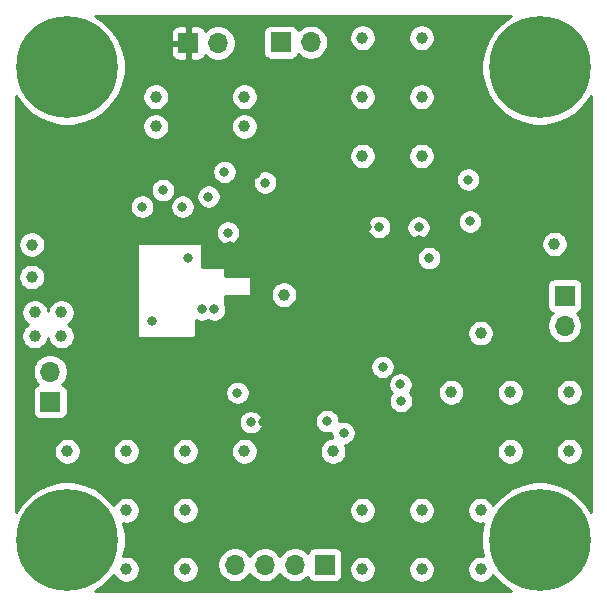
<source format=gbr>
G04 #@! TF.GenerationSoftware,KiCad,Pcbnew,(5.1.5)-3*
G04 #@! TF.CreationDate,2020-06-14T16:13:44+03:00*
G04 #@! TF.ProjectId,dev_board,6465765f-626f-4617-9264-2e6b69636164,rev?*
G04 #@! TF.SameCoordinates,Original*
G04 #@! TF.FileFunction,Copper,L3,Inr*
G04 #@! TF.FilePolarity,Positive*
%FSLAX46Y46*%
G04 Gerber Fmt 4.6, Leading zero omitted, Abs format (unit mm)*
G04 Created by KiCad (PCBNEW (5.1.5)-3) date 2020-06-14 16:13:44*
%MOMM*%
%LPD*%
G04 APERTURE LIST*
%ADD10C,0.900000*%
%ADD11C,8.600000*%
%ADD12O,1.700000X1.700000*%
%ADD13R,1.700000X1.700000*%
%ADD14C,0.800000*%
%ADD15C,1.000000*%
%ADD16C,0.254000*%
G04 APERTURE END LIST*
D10*
X37280419Y-32719581D03*
X35000000Y-31775000D03*
X32719581Y-32719581D03*
X31775000Y-35000000D03*
X32719581Y-37280419D03*
X35000000Y-38225000D03*
X37280419Y-37280419D03*
X38225000Y-35000000D03*
D11*
X35000000Y-35000000D03*
X75000000Y-35000000D03*
D10*
X78225000Y-35000000D03*
X77280419Y-37280419D03*
X75000000Y-38225000D03*
X72719581Y-37280419D03*
X71775000Y-35000000D03*
X72719581Y-32719581D03*
X75000000Y-31775000D03*
X77280419Y-32719581D03*
X77280419Y-72719581D03*
X75000000Y-71775000D03*
X72719581Y-72719581D03*
X71775000Y-75000000D03*
X72719581Y-77280419D03*
X75000000Y-78225000D03*
X77280419Y-77280419D03*
X78225000Y-75000000D03*
D11*
X75000000Y-75000000D03*
X35000000Y-75000000D03*
D10*
X38225000Y-75000000D03*
X37280419Y-77280419D03*
X35000000Y-78225000D03*
X32719581Y-77280419D03*
X31775000Y-75000000D03*
X32719581Y-72719581D03*
X35000000Y-71775000D03*
X37280419Y-72719581D03*
D12*
X33550000Y-60760000D03*
D13*
X33550000Y-63300000D03*
D12*
X77110000Y-56870000D03*
D13*
X77110000Y-54330000D03*
X53080000Y-32870000D03*
D12*
X55620000Y-32870000D03*
D13*
X45240000Y-32940000D03*
D12*
X47780000Y-32940000D03*
D13*
X56810000Y-77110000D03*
D12*
X54270000Y-77110000D03*
X51730000Y-77110000D03*
X49190000Y-77110000D03*
D14*
X43100000Y-45400000D03*
X48600000Y-49000000D03*
X61700000Y-60350000D03*
X61400000Y-48500000D03*
X49400000Y-62550000D03*
X48300000Y-43850000D03*
X63250000Y-63250000D03*
X46950000Y-45950000D03*
X46950000Y-47500000D03*
X51750000Y-44750000D03*
X50000000Y-44500000D03*
X51000000Y-44000000D03*
D15*
X32000000Y-50000000D03*
X32000000Y-52750000D03*
X32250000Y-55750000D03*
X34500000Y-55750000D03*
X34500000Y-57750000D03*
X32250000Y-57750000D03*
X37750000Y-45750000D03*
X37750000Y-47750000D03*
X34000000Y-47750000D03*
X34000000Y-45750000D03*
X33250000Y-43750000D03*
D14*
X45200000Y-51100000D03*
X42200000Y-56500000D03*
X64750000Y-48550000D03*
X65650000Y-51150000D03*
X63200000Y-61850000D03*
X58400000Y-65950000D03*
X57000000Y-64950000D03*
X50550000Y-65050000D03*
X51550000Y-65050000D03*
X43250000Y-60000000D03*
X43250000Y-61000000D03*
X64750000Y-49600000D03*
X60400000Y-48500000D03*
X68950000Y-43200000D03*
X60750000Y-63700000D03*
X44500000Y-61550000D03*
X46400000Y-55500000D03*
X47450000Y-55500000D03*
X44750000Y-46800000D03*
X41350000Y-46800000D03*
X48750000Y-50100000D03*
X52600000Y-43050000D03*
X55600000Y-43050000D03*
X68950000Y-44500000D03*
X69100000Y-48050000D03*
D15*
X60000000Y-32500000D03*
X65000000Y-32500000D03*
X65000000Y-37500000D03*
X60000000Y-37500000D03*
X60000000Y-42500000D03*
X65000000Y-42500000D03*
X50000000Y-37500000D03*
X42500000Y-37500000D03*
X42500000Y-40000000D03*
X50000000Y-40000000D03*
X67500000Y-62500000D03*
X72500000Y-62500000D03*
X77500000Y-62500000D03*
X77500000Y-67500000D03*
X72500000Y-67500000D03*
X57500000Y-67500000D03*
X60000000Y-72500000D03*
X65000000Y-72500000D03*
X70000000Y-72500000D03*
X65000000Y-77500000D03*
X60000000Y-77500000D03*
X70000000Y-77500000D03*
X40000000Y-77500000D03*
X40000000Y-72500000D03*
X40000000Y-67500000D03*
X45000000Y-67500000D03*
X50000000Y-67500000D03*
X45000000Y-72500000D03*
X45000000Y-77500000D03*
X70000000Y-57500000D03*
X35000000Y-67500000D03*
X53350000Y-54250000D03*
X76250000Y-49950000D03*
D16*
G36*
X71854121Y-31166735D02*
G01*
X71166735Y-31854121D01*
X70626660Y-32662401D01*
X70254650Y-33560514D01*
X70065000Y-34513945D01*
X70065000Y-35486055D01*
X70254650Y-36439486D01*
X70626660Y-37337599D01*
X71166735Y-38145879D01*
X71854121Y-38833265D01*
X72662401Y-39373340D01*
X73560514Y-39745350D01*
X74513945Y-39935000D01*
X75486055Y-39935000D01*
X76439486Y-39745350D01*
X77337599Y-39373340D01*
X78145879Y-38833265D01*
X78833265Y-38145879D01*
X79340000Y-37387496D01*
X79340001Y-72612506D01*
X78833265Y-71854121D01*
X78145879Y-71166735D01*
X77337599Y-70626660D01*
X76439486Y-70254650D01*
X75486055Y-70065000D01*
X74513945Y-70065000D01*
X73560514Y-70254650D01*
X72662401Y-70626660D01*
X71854121Y-71166735D01*
X71166735Y-71854121D01*
X71039721Y-72044211D01*
X71005824Y-71962376D01*
X70881612Y-71776480D01*
X70723520Y-71618388D01*
X70537624Y-71494176D01*
X70331067Y-71408617D01*
X70111788Y-71365000D01*
X69888212Y-71365000D01*
X69668933Y-71408617D01*
X69462376Y-71494176D01*
X69276480Y-71618388D01*
X69118388Y-71776480D01*
X68994176Y-71962376D01*
X68908617Y-72168933D01*
X68865000Y-72388212D01*
X68865000Y-72611788D01*
X68908617Y-72831067D01*
X68994176Y-73037624D01*
X69118388Y-73223520D01*
X69276480Y-73381612D01*
X69462376Y-73505824D01*
X69668933Y-73591383D01*
X69888212Y-73635000D01*
X70111788Y-73635000D01*
X70245109Y-73608481D01*
X70065000Y-74513945D01*
X70065000Y-75486055D01*
X70245109Y-76391519D01*
X70111788Y-76365000D01*
X69888212Y-76365000D01*
X69668933Y-76408617D01*
X69462376Y-76494176D01*
X69276480Y-76618388D01*
X69118388Y-76776480D01*
X68994176Y-76962376D01*
X68908617Y-77168933D01*
X68865000Y-77388212D01*
X68865000Y-77611788D01*
X68908617Y-77831067D01*
X68994176Y-78037624D01*
X69118388Y-78223520D01*
X69276480Y-78381612D01*
X69462376Y-78505824D01*
X69668933Y-78591383D01*
X69888212Y-78635000D01*
X70111788Y-78635000D01*
X70331067Y-78591383D01*
X70537624Y-78505824D01*
X70723520Y-78381612D01*
X70881612Y-78223520D01*
X71005824Y-78037624D01*
X71039721Y-77955789D01*
X71166735Y-78145879D01*
X71854121Y-78833265D01*
X72612504Y-79340000D01*
X37387496Y-79340000D01*
X38145879Y-78833265D01*
X38833265Y-78145879D01*
X38960279Y-77955789D01*
X38994176Y-78037624D01*
X39118388Y-78223520D01*
X39276480Y-78381612D01*
X39462376Y-78505824D01*
X39668933Y-78591383D01*
X39888212Y-78635000D01*
X40111788Y-78635000D01*
X40331067Y-78591383D01*
X40537624Y-78505824D01*
X40723520Y-78381612D01*
X40881612Y-78223520D01*
X41005824Y-78037624D01*
X41091383Y-77831067D01*
X41135000Y-77611788D01*
X41135000Y-77388212D01*
X43865000Y-77388212D01*
X43865000Y-77611788D01*
X43908617Y-77831067D01*
X43994176Y-78037624D01*
X44118388Y-78223520D01*
X44276480Y-78381612D01*
X44462376Y-78505824D01*
X44668933Y-78591383D01*
X44888212Y-78635000D01*
X45111788Y-78635000D01*
X45331067Y-78591383D01*
X45537624Y-78505824D01*
X45723520Y-78381612D01*
X45881612Y-78223520D01*
X46005824Y-78037624D01*
X46091383Y-77831067D01*
X46135000Y-77611788D01*
X46135000Y-77388212D01*
X46091383Y-77168933D01*
X46006389Y-76963740D01*
X47705000Y-76963740D01*
X47705000Y-77256260D01*
X47762068Y-77543158D01*
X47874010Y-77813411D01*
X48036525Y-78056632D01*
X48243368Y-78263475D01*
X48486589Y-78425990D01*
X48756842Y-78537932D01*
X49043740Y-78595000D01*
X49336260Y-78595000D01*
X49623158Y-78537932D01*
X49893411Y-78425990D01*
X50136632Y-78263475D01*
X50343475Y-78056632D01*
X50460000Y-77882240D01*
X50576525Y-78056632D01*
X50783368Y-78263475D01*
X51026589Y-78425990D01*
X51296842Y-78537932D01*
X51583740Y-78595000D01*
X51876260Y-78595000D01*
X52163158Y-78537932D01*
X52433411Y-78425990D01*
X52676632Y-78263475D01*
X52883475Y-78056632D01*
X53000000Y-77882240D01*
X53116525Y-78056632D01*
X53323368Y-78263475D01*
X53566589Y-78425990D01*
X53836842Y-78537932D01*
X54123740Y-78595000D01*
X54416260Y-78595000D01*
X54703158Y-78537932D01*
X54973411Y-78425990D01*
X55216632Y-78263475D01*
X55348487Y-78131620D01*
X55370498Y-78204180D01*
X55429463Y-78314494D01*
X55508815Y-78411185D01*
X55605506Y-78490537D01*
X55715820Y-78549502D01*
X55835518Y-78585812D01*
X55960000Y-78598072D01*
X57660000Y-78598072D01*
X57784482Y-78585812D01*
X57904180Y-78549502D01*
X58014494Y-78490537D01*
X58111185Y-78411185D01*
X58190537Y-78314494D01*
X58249502Y-78204180D01*
X58285812Y-78084482D01*
X58298072Y-77960000D01*
X58298072Y-77388212D01*
X58865000Y-77388212D01*
X58865000Y-77611788D01*
X58908617Y-77831067D01*
X58994176Y-78037624D01*
X59118388Y-78223520D01*
X59276480Y-78381612D01*
X59462376Y-78505824D01*
X59668933Y-78591383D01*
X59888212Y-78635000D01*
X60111788Y-78635000D01*
X60331067Y-78591383D01*
X60537624Y-78505824D01*
X60723520Y-78381612D01*
X60881612Y-78223520D01*
X61005824Y-78037624D01*
X61091383Y-77831067D01*
X61135000Y-77611788D01*
X61135000Y-77388212D01*
X63865000Y-77388212D01*
X63865000Y-77611788D01*
X63908617Y-77831067D01*
X63994176Y-78037624D01*
X64118388Y-78223520D01*
X64276480Y-78381612D01*
X64462376Y-78505824D01*
X64668933Y-78591383D01*
X64888212Y-78635000D01*
X65111788Y-78635000D01*
X65331067Y-78591383D01*
X65537624Y-78505824D01*
X65723520Y-78381612D01*
X65881612Y-78223520D01*
X66005824Y-78037624D01*
X66091383Y-77831067D01*
X66135000Y-77611788D01*
X66135000Y-77388212D01*
X66091383Y-77168933D01*
X66005824Y-76962376D01*
X65881612Y-76776480D01*
X65723520Y-76618388D01*
X65537624Y-76494176D01*
X65331067Y-76408617D01*
X65111788Y-76365000D01*
X64888212Y-76365000D01*
X64668933Y-76408617D01*
X64462376Y-76494176D01*
X64276480Y-76618388D01*
X64118388Y-76776480D01*
X63994176Y-76962376D01*
X63908617Y-77168933D01*
X63865000Y-77388212D01*
X61135000Y-77388212D01*
X61091383Y-77168933D01*
X61005824Y-76962376D01*
X60881612Y-76776480D01*
X60723520Y-76618388D01*
X60537624Y-76494176D01*
X60331067Y-76408617D01*
X60111788Y-76365000D01*
X59888212Y-76365000D01*
X59668933Y-76408617D01*
X59462376Y-76494176D01*
X59276480Y-76618388D01*
X59118388Y-76776480D01*
X58994176Y-76962376D01*
X58908617Y-77168933D01*
X58865000Y-77388212D01*
X58298072Y-77388212D01*
X58298072Y-76260000D01*
X58285812Y-76135518D01*
X58249502Y-76015820D01*
X58190537Y-75905506D01*
X58111185Y-75808815D01*
X58014494Y-75729463D01*
X57904180Y-75670498D01*
X57784482Y-75634188D01*
X57660000Y-75621928D01*
X55960000Y-75621928D01*
X55835518Y-75634188D01*
X55715820Y-75670498D01*
X55605506Y-75729463D01*
X55508815Y-75808815D01*
X55429463Y-75905506D01*
X55370498Y-76015820D01*
X55348487Y-76088380D01*
X55216632Y-75956525D01*
X54973411Y-75794010D01*
X54703158Y-75682068D01*
X54416260Y-75625000D01*
X54123740Y-75625000D01*
X53836842Y-75682068D01*
X53566589Y-75794010D01*
X53323368Y-75956525D01*
X53116525Y-76163368D01*
X53000000Y-76337760D01*
X52883475Y-76163368D01*
X52676632Y-75956525D01*
X52433411Y-75794010D01*
X52163158Y-75682068D01*
X51876260Y-75625000D01*
X51583740Y-75625000D01*
X51296842Y-75682068D01*
X51026589Y-75794010D01*
X50783368Y-75956525D01*
X50576525Y-76163368D01*
X50460000Y-76337760D01*
X50343475Y-76163368D01*
X50136632Y-75956525D01*
X49893411Y-75794010D01*
X49623158Y-75682068D01*
X49336260Y-75625000D01*
X49043740Y-75625000D01*
X48756842Y-75682068D01*
X48486589Y-75794010D01*
X48243368Y-75956525D01*
X48036525Y-76163368D01*
X47874010Y-76406589D01*
X47762068Y-76676842D01*
X47705000Y-76963740D01*
X46006389Y-76963740D01*
X46005824Y-76962376D01*
X45881612Y-76776480D01*
X45723520Y-76618388D01*
X45537624Y-76494176D01*
X45331067Y-76408617D01*
X45111788Y-76365000D01*
X44888212Y-76365000D01*
X44668933Y-76408617D01*
X44462376Y-76494176D01*
X44276480Y-76618388D01*
X44118388Y-76776480D01*
X43994176Y-76962376D01*
X43908617Y-77168933D01*
X43865000Y-77388212D01*
X41135000Y-77388212D01*
X41091383Y-77168933D01*
X41005824Y-76962376D01*
X40881612Y-76776480D01*
X40723520Y-76618388D01*
X40537624Y-76494176D01*
X40331067Y-76408617D01*
X40111788Y-76365000D01*
X39888212Y-76365000D01*
X39754891Y-76391519D01*
X39935000Y-75486055D01*
X39935000Y-74513945D01*
X39754891Y-73608481D01*
X39888212Y-73635000D01*
X40111788Y-73635000D01*
X40331067Y-73591383D01*
X40537624Y-73505824D01*
X40723520Y-73381612D01*
X40881612Y-73223520D01*
X41005824Y-73037624D01*
X41091383Y-72831067D01*
X41135000Y-72611788D01*
X41135000Y-72388212D01*
X43865000Y-72388212D01*
X43865000Y-72611788D01*
X43908617Y-72831067D01*
X43994176Y-73037624D01*
X44118388Y-73223520D01*
X44276480Y-73381612D01*
X44462376Y-73505824D01*
X44668933Y-73591383D01*
X44888212Y-73635000D01*
X45111788Y-73635000D01*
X45331067Y-73591383D01*
X45537624Y-73505824D01*
X45723520Y-73381612D01*
X45881612Y-73223520D01*
X46005824Y-73037624D01*
X46091383Y-72831067D01*
X46135000Y-72611788D01*
X46135000Y-72388212D01*
X58865000Y-72388212D01*
X58865000Y-72611788D01*
X58908617Y-72831067D01*
X58994176Y-73037624D01*
X59118388Y-73223520D01*
X59276480Y-73381612D01*
X59462376Y-73505824D01*
X59668933Y-73591383D01*
X59888212Y-73635000D01*
X60111788Y-73635000D01*
X60331067Y-73591383D01*
X60537624Y-73505824D01*
X60723520Y-73381612D01*
X60881612Y-73223520D01*
X61005824Y-73037624D01*
X61091383Y-72831067D01*
X61135000Y-72611788D01*
X61135000Y-72388212D01*
X63865000Y-72388212D01*
X63865000Y-72611788D01*
X63908617Y-72831067D01*
X63994176Y-73037624D01*
X64118388Y-73223520D01*
X64276480Y-73381612D01*
X64462376Y-73505824D01*
X64668933Y-73591383D01*
X64888212Y-73635000D01*
X65111788Y-73635000D01*
X65331067Y-73591383D01*
X65537624Y-73505824D01*
X65723520Y-73381612D01*
X65881612Y-73223520D01*
X66005824Y-73037624D01*
X66091383Y-72831067D01*
X66135000Y-72611788D01*
X66135000Y-72388212D01*
X66091383Y-72168933D01*
X66005824Y-71962376D01*
X65881612Y-71776480D01*
X65723520Y-71618388D01*
X65537624Y-71494176D01*
X65331067Y-71408617D01*
X65111788Y-71365000D01*
X64888212Y-71365000D01*
X64668933Y-71408617D01*
X64462376Y-71494176D01*
X64276480Y-71618388D01*
X64118388Y-71776480D01*
X63994176Y-71962376D01*
X63908617Y-72168933D01*
X63865000Y-72388212D01*
X61135000Y-72388212D01*
X61091383Y-72168933D01*
X61005824Y-71962376D01*
X60881612Y-71776480D01*
X60723520Y-71618388D01*
X60537624Y-71494176D01*
X60331067Y-71408617D01*
X60111788Y-71365000D01*
X59888212Y-71365000D01*
X59668933Y-71408617D01*
X59462376Y-71494176D01*
X59276480Y-71618388D01*
X59118388Y-71776480D01*
X58994176Y-71962376D01*
X58908617Y-72168933D01*
X58865000Y-72388212D01*
X46135000Y-72388212D01*
X46091383Y-72168933D01*
X46005824Y-71962376D01*
X45881612Y-71776480D01*
X45723520Y-71618388D01*
X45537624Y-71494176D01*
X45331067Y-71408617D01*
X45111788Y-71365000D01*
X44888212Y-71365000D01*
X44668933Y-71408617D01*
X44462376Y-71494176D01*
X44276480Y-71618388D01*
X44118388Y-71776480D01*
X43994176Y-71962376D01*
X43908617Y-72168933D01*
X43865000Y-72388212D01*
X41135000Y-72388212D01*
X41091383Y-72168933D01*
X41005824Y-71962376D01*
X40881612Y-71776480D01*
X40723520Y-71618388D01*
X40537624Y-71494176D01*
X40331067Y-71408617D01*
X40111788Y-71365000D01*
X39888212Y-71365000D01*
X39668933Y-71408617D01*
X39462376Y-71494176D01*
X39276480Y-71618388D01*
X39118388Y-71776480D01*
X38994176Y-71962376D01*
X38960279Y-72044211D01*
X38833265Y-71854121D01*
X38145879Y-71166735D01*
X37337599Y-70626660D01*
X36439486Y-70254650D01*
X35486055Y-70065000D01*
X34513945Y-70065000D01*
X33560514Y-70254650D01*
X32662401Y-70626660D01*
X31854121Y-71166735D01*
X31166735Y-71854121D01*
X30660000Y-72612504D01*
X30660000Y-67388212D01*
X33865000Y-67388212D01*
X33865000Y-67611788D01*
X33908617Y-67831067D01*
X33994176Y-68037624D01*
X34118388Y-68223520D01*
X34276480Y-68381612D01*
X34462376Y-68505824D01*
X34668933Y-68591383D01*
X34888212Y-68635000D01*
X35111788Y-68635000D01*
X35331067Y-68591383D01*
X35537624Y-68505824D01*
X35723520Y-68381612D01*
X35881612Y-68223520D01*
X36005824Y-68037624D01*
X36091383Y-67831067D01*
X36135000Y-67611788D01*
X36135000Y-67388212D01*
X38865000Y-67388212D01*
X38865000Y-67611788D01*
X38908617Y-67831067D01*
X38994176Y-68037624D01*
X39118388Y-68223520D01*
X39276480Y-68381612D01*
X39462376Y-68505824D01*
X39668933Y-68591383D01*
X39888212Y-68635000D01*
X40111788Y-68635000D01*
X40331067Y-68591383D01*
X40537624Y-68505824D01*
X40723520Y-68381612D01*
X40881612Y-68223520D01*
X41005824Y-68037624D01*
X41091383Y-67831067D01*
X41135000Y-67611788D01*
X41135000Y-67388212D01*
X43865000Y-67388212D01*
X43865000Y-67611788D01*
X43908617Y-67831067D01*
X43994176Y-68037624D01*
X44118388Y-68223520D01*
X44276480Y-68381612D01*
X44462376Y-68505824D01*
X44668933Y-68591383D01*
X44888212Y-68635000D01*
X45111788Y-68635000D01*
X45331067Y-68591383D01*
X45537624Y-68505824D01*
X45723520Y-68381612D01*
X45881612Y-68223520D01*
X46005824Y-68037624D01*
X46091383Y-67831067D01*
X46135000Y-67611788D01*
X46135000Y-67388212D01*
X48865000Y-67388212D01*
X48865000Y-67611788D01*
X48908617Y-67831067D01*
X48994176Y-68037624D01*
X49118388Y-68223520D01*
X49276480Y-68381612D01*
X49462376Y-68505824D01*
X49668933Y-68591383D01*
X49888212Y-68635000D01*
X50111788Y-68635000D01*
X50331067Y-68591383D01*
X50537624Y-68505824D01*
X50723520Y-68381612D01*
X50881612Y-68223520D01*
X51005824Y-68037624D01*
X51091383Y-67831067D01*
X51135000Y-67611788D01*
X51135000Y-67388212D01*
X51091383Y-67168933D01*
X51005824Y-66962376D01*
X50881612Y-66776480D01*
X50723520Y-66618388D01*
X50537624Y-66494176D01*
X50331067Y-66408617D01*
X50111788Y-66365000D01*
X49888212Y-66365000D01*
X49668933Y-66408617D01*
X49462376Y-66494176D01*
X49276480Y-66618388D01*
X49118388Y-66776480D01*
X48994176Y-66962376D01*
X48908617Y-67168933D01*
X48865000Y-67388212D01*
X46135000Y-67388212D01*
X46091383Y-67168933D01*
X46005824Y-66962376D01*
X45881612Y-66776480D01*
X45723520Y-66618388D01*
X45537624Y-66494176D01*
X45331067Y-66408617D01*
X45111788Y-66365000D01*
X44888212Y-66365000D01*
X44668933Y-66408617D01*
X44462376Y-66494176D01*
X44276480Y-66618388D01*
X44118388Y-66776480D01*
X43994176Y-66962376D01*
X43908617Y-67168933D01*
X43865000Y-67388212D01*
X41135000Y-67388212D01*
X41091383Y-67168933D01*
X41005824Y-66962376D01*
X40881612Y-66776480D01*
X40723520Y-66618388D01*
X40537624Y-66494176D01*
X40331067Y-66408617D01*
X40111788Y-66365000D01*
X39888212Y-66365000D01*
X39668933Y-66408617D01*
X39462376Y-66494176D01*
X39276480Y-66618388D01*
X39118388Y-66776480D01*
X38994176Y-66962376D01*
X38908617Y-67168933D01*
X38865000Y-67388212D01*
X36135000Y-67388212D01*
X36091383Y-67168933D01*
X36005824Y-66962376D01*
X35881612Y-66776480D01*
X35723520Y-66618388D01*
X35537624Y-66494176D01*
X35331067Y-66408617D01*
X35111788Y-66365000D01*
X34888212Y-66365000D01*
X34668933Y-66408617D01*
X34462376Y-66494176D01*
X34276480Y-66618388D01*
X34118388Y-66776480D01*
X33994176Y-66962376D01*
X33908617Y-67168933D01*
X33865000Y-67388212D01*
X30660000Y-67388212D01*
X30660000Y-64948061D01*
X49515000Y-64948061D01*
X49515000Y-65151939D01*
X49554774Y-65351898D01*
X49632795Y-65540256D01*
X49746063Y-65709774D01*
X49890226Y-65853937D01*
X50059744Y-65967205D01*
X50248102Y-66045226D01*
X50448061Y-66085000D01*
X50651939Y-66085000D01*
X50851898Y-66045226D01*
X51040256Y-65967205D01*
X51209774Y-65853937D01*
X51353937Y-65709774D01*
X51467205Y-65540256D01*
X51545226Y-65351898D01*
X51585000Y-65151939D01*
X51585000Y-64948061D01*
X51565109Y-64848061D01*
X55965000Y-64848061D01*
X55965000Y-65051939D01*
X56004774Y-65251898D01*
X56082795Y-65440256D01*
X56196063Y-65609774D01*
X56340226Y-65753937D01*
X56509744Y-65867205D01*
X56698102Y-65945226D01*
X56898061Y-65985000D01*
X57101939Y-65985000D01*
X57301898Y-65945226D01*
X57365000Y-65919088D01*
X57365000Y-66051939D01*
X57404774Y-66251898D01*
X57451623Y-66365000D01*
X57388212Y-66365000D01*
X57168933Y-66408617D01*
X56962376Y-66494176D01*
X56776480Y-66618388D01*
X56618388Y-66776480D01*
X56494176Y-66962376D01*
X56408617Y-67168933D01*
X56365000Y-67388212D01*
X56365000Y-67611788D01*
X56408617Y-67831067D01*
X56494176Y-68037624D01*
X56618388Y-68223520D01*
X56776480Y-68381612D01*
X56962376Y-68505824D01*
X57168933Y-68591383D01*
X57388212Y-68635000D01*
X57611788Y-68635000D01*
X57831067Y-68591383D01*
X58037624Y-68505824D01*
X58223520Y-68381612D01*
X58381612Y-68223520D01*
X58505824Y-68037624D01*
X58591383Y-67831067D01*
X58635000Y-67611788D01*
X58635000Y-67388212D01*
X71365000Y-67388212D01*
X71365000Y-67611788D01*
X71408617Y-67831067D01*
X71494176Y-68037624D01*
X71618388Y-68223520D01*
X71776480Y-68381612D01*
X71962376Y-68505824D01*
X72168933Y-68591383D01*
X72388212Y-68635000D01*
X72611788Y-68635000D01*
X72831067Y-68591383D01*
X73037624Y-68505824D01*
X73223520Y-68381612D01*
X73381612Y-68223520D01*
X73505824Y-68037624D01*
X73591383Y-67831067D01*
X73635000Y-67611788D01*
X73635000Y-67388212D01*
X76365000Y-67388212D01*
X76365000Y-67611788D01*
X76408617Y-67831067D01*
X76494176Y-68037624D01*
X76618388Y-68223520D01*
X76776480Y-68381612D01*
X76962376Y-68505824D01*
X77168933Y-68591383D01*
X77388212Y-68635000D01*
X77611788Y-68635000D01*
X77831067Y-68591383D01*
X78037624Y-68505824D01*
X78223520Y-68381612D01*
X78381612Y-68223520D01*
X78505824Y-68037624D01*
X78591383Y-67831067D01*
X78635000Y-67611788D01*
X78635000Y-67388212D01*
X78591383Y-67168933D01*
X78505824Y-66962376D01*
X78381612Y-66776480D01*
X78223520Y-66618388D01*
X78037624Y-66494176D01*
X77831067Y-66408617D01*
X77611788Y-66365000D01*
X77388212Y-66365000D01*
X77168933Y-66408617D01*
X76962376Y-66494176D01*
X76776480Y-66618388D01*
X76618388Y-66776480D01*
X76494176Y-66962376D01*
X76408617Y-67168933D01*
X76365000Y-67388212D01*
X73635000Y-67388212D01*
X73591383Y-67168933D01*
X73505824Y-66962376D01*
X73381612Y-66776480D01*
X73223520Y-66618388D01*
X73037624Y-66494176D01*
X72831067Y-66408617D01*
X72611788Y-66365000D01*
X72388212Y-66365000D01*
X72168933Y-66408617D01*
X71962376Y-66494176D01*
X71776480Y-66618388D01*
X71618388Y-66776480D01*
X71494176Y-66962376D01*
X71408617Y-67168933D01*
X71365000Y-67388212D01*
X58635000Y-67388212D01*
X58591383Y-67168933D01*
X58514186Y-66982564D01*
X58701898Y-66945226D01*
X58890256Y-66867205D01*
X59059774Y-66753937D01*
X59203937Y-66609774D01*
X59317205Y-66440256D01*
X59395226Y-66251898D01*
X59435000Y-66051939D01*
X59435000Y-65848061D01*
X59395226Y-65648102D01*
X59317205Y-65459744D01*
X59203937Y-65290226D01*
X59059774Y-65146063D01*
X58890256Y-65032795D01*
X58701898Y-64954774D01*
X58501939Y-64915000D01*
X58298061Y-64915000D01*
X58098102Y-64954774D01*
X58035000Y-64980912D01*
X58035000Y-64848061D01*
X57995226Y-64648102D01*
X57917205Y-64459744D01*
X57803937Y-64290226D01*
X57659774Y-64146063D01*
X57490256Y-64032795D01*
X57301898Y-63954774D01*
X57101939Y-63915000D01*
X56898061Y-63915000D01*
X56698102Y-63954774D01*
X56509744Y-64032795D01*
X56340226Y-64146063D01*
X56196063Y-64290226D01*
X56082795Y-64459744D01*
X56004774Y-64648102D01*
X55965000Y-64848061D01*
X51565109Y-64848061D01*
X51545226Y-64748102D01*
X51467205Y-64559744D01*
X51353937Y-64390226D01*
X51209774Y-64246063D01*
X51040256Y-64132795D01*
X50851898Y-64054774D01*
X50651939Y-64015000D01*
X50448061Y-64015000D01*
X50248102Y-64054774D01*
X50059744Y-64132795D01*
X49890226Y-64246063D01*
X49746063Y-64390226D01*
X49632795Y-64559744D01*
X49554774Y-64748102D01*
X49515000Y-64948061D01*
X30660000Y-64948061D01*
X30660000Y-62450000D01*
X32061928Y-62450000D01*
X32061928Y-64150000D01*
X32074188Y-64274482D01*
X32110498Y-64394180D01*
X32169463Y-64504494D01*
X32248815Y-64601185D01*
X32345506Y-64680537D01*
X32455820Y-64739502D01*
X32575518Y-64775812D01*
X32700000Y-64788072D01*
X34400000Y-64788072D01*
X34524482Y-64775812D01*
X34644180Y-64739502D01*
X34754494Y-64680537D01*
X34851185Y-64601185D01*
X34930537Y-64504494D01*
X34989502Y-64394180D01*
X35025812Y-64274482D01*
X35038072Y-64150000D01*
X35038072Y-62450000D01*
X35037882Y-62448061D01*
X48365000Y-62448061D01*
X48365000Y-62651939D01*
X48404774Y-62851898D01*
X48482795Y-63040256D01*
X48596063Y-63209774D01*
X48740226Y-63353937D01*
X48909744Y-63467205D01*
X49098102Y-63545226D01*
X49298061Y-63585000D01*
X49501939Y-63585000D01*
X49701898Y-63545226D01*
X49890256Y-63467205D01*
X50059774Y-63353937D01*
X50203937Y-63209774D01*
X50317205Y-63040256D01*
X50395226Y-62851898D01*
X50435000Y-62651939D01*
X50435000Y-62448061D01*
X50395226Y-62248102D01*
X50317205Y-62059744D01*
X50203937Y-61890226D01*
X50061772Y-61748061D01*
X62165000Y-61748061D01*
X62165000Y-61951939D01*
X62204774Y-62151898D01*
X62282795Y-62340256D01*
X62396063Y-62509774D01*
X62461289Y-62575000D01*
X62446063Y-62590226D01*
X62332795Y-62759744D01*
X62254774Y-62948102D01*
X62215000Y-63148061D01*
X62215000Y-63351939D01*
X62254774Y-63551898D01*
X62332795Y-63740256D01*
X62446063Y-63909774D01*
X62590226Y-64053937D01*
X62759744Y-64167205D01*
X62948102Y-64245226D01*
X63148061Y-64285000D01*
X63351939Y-64285000D01*
X63551898Y-64245226D01*
X63740256Y-64167205D01*
X63909774Y-64053937D01*
X64053937Y-63909774D01*
X64167205Y-63740256D01*
X64245226Y-63551898D01*
X64285000Y-63351939D01*
X64285000Y-63148061D01*
X64245226Y-62948102D01*
X64167205Y-62759744D01*
X64053937Y-62590226D01*
X63988711Y-62525000D01*
X64003937Y-62509774D01*
X64085161Y-62388212D01*
X66365000Y-62388212D01*
X66365000Y-62611788D01*
X66408617Y-62831067D01*
X66494176Y-63037624D01*
X66618388Y-63223520D01*
X66776480Y-63381612D01*
X66962376Y-63505824D01*
X67168933Y-63591383D01*
X67388212Y-63635000D01*
X67611788Y-63635000D01*
X67831067Y-63591383D01*
X68037624Y-63505824D01*
X68223520Y-63381612D01*
X68381612Y-63223520D01*
X68505824Y-63037624D01*
X68591383Y-62831067D01*
X68635000Y-62611788D01*
X68635000Y-62388212D01*
X71365000Y-62388212D01*
X71365000Y-62611788D01*
X71408617Y-62831067D01*
X71494176Y-63037624D01*
X71618388Y-63223520D01*
X71776480Y-63381612D01*
X71962376Y-63505824D01*
X72168933Y-63591383D01*
X72388212Y-63635000D01*
X72611788Y-63635000D01*
X72831067Y-63591383D01*
X73037624Y-63505824D01*
X73223520Y-63381612D01*
X73381612Y-63223520D01*
X73505824Y-63037624D01*
X73591383Y-62831067D01*
X73635000Y-62611788D01*
X73635000Y-62388212D01*
X76365000Y-62388212D01*
X76365000Y-62611788D01*
X76408617Y-62831067D01*
X76494176Y-63037624D01*
X76618388Y-63223520D01*
X76776480Y-63381612D01*
X76962376Y-63505824D01*
X77168933Y-63591383D01*
X77388212Y-63635000D01*
X77611788Y-63635000D01*
X77831067Y-63591383D01*
X78037624Y-63505824D01*
X78223520Y-63381612D01*
X78381612Y-63223520D01*
X78505824Y-63037624D01*
X78591383Y-62831067D01*
X78635000Y-62611788D01*
X78635000Y-62388212D01*
X78591383Y-62168933D01*
X78505824Y-61962376D01*
X78381612Y-61776480D01*
X78223520Y-61618388D01*
X78037624Y-61494176D01*
X77831067Y-61408617D01*
X77611788Y-61365000D01*
X77388212Y-61365000D01*
X77168933Y-61408617D01*
X76962376Y-61494176D01*
X76776480Y-61618388D01*
X76618388Y-61776480D01*
X76494176Y-61962376D01*
X76408617Y-62168933D01*
X76365000Y-62388212D01*
X73635000Y-62388212D01*
X73591383Y-62168933D01*
X73505824Y-61962376D01*
X73381612Y-61776480D01*
X73223520Y-61618388D01*
X73037624Y-61494176D01*
X72831067Y-61408617D01*
X72611788Y-61365000D01*
X72388212Y-61365000D01*
X72168933Y-61408617D01*
X71962376Y-61494176D01*
X71776480Y-61618388D01*
X71618388Y-61776480D01*
X71494176Y-61962376D01*
X71408617Y-62168933D01*
X71365000Y-62388212D01*
X68635000Y-62388212D01*
X68591383Y-62168933D01*
X68505824Y-61962376D01*
X68381612Y-61776480D01*
X68223520Y-61618388D01*
X68037624Y-61494176D01*
X67831067Y-61408617D01*
X67611788Y-61365000D01*
X67388212Y-61365000D01*
X67168933Y-61408617D01*
X66962376Y-61494176D01*
X66776480Y-61618388D01*
X66618388Y-61776480D01*
X66494176Y-61962376D01*
X66408617Y-62168933D01*
X66365000Y-62388212D01*
X64085161Y-62388212D01*
X64117205Y-62340256D01*
X64195226Y-62151898D01*
X64235000Y-61951939D01*
X64235000Y-61748061D01*
X64195226Y-61548102D01*
X64117205Y-61359744D01*
X64003937Y-61190226D01*
X63859774Y-61046063D01*
X63690256Y-60932795D01*
X63501898Y-60854774D01*
X63301939Y-60815000D01*
X63098061Y-60815000D01*
X62898102Y-60854774D01*
X62709744Y-60932795D01*
X62540226Y-61046063D01*
X62396063Y-61190226D01*
X62282795Y-61359744D01*
X62204774Y-61548102D01*
X62165000Y-61748061D01*
X50061772Y-61748061D01*
X50059774Y-61746063D01*
X49890256Y-61632795D01*
X49701898Y-61554774D01*
X49501939Y-61515000D01*
X49298061Y-61515000D01*
X49098102Y-61554774D01*
X48909744Y-61632795D01*
X48740226Y-61746063D01*
X48596063Y-61890226D01*
X48482795Y-62059744D01*
X48404774Y-62248102D01*
X48365000Y-62448061D01*
X35037882Y-62448061D01*
X35025812Y-62325518D01*
X34989502Y-62205820D01*
X34930537Y-62095506D01*
X34851185Y-61998815D01*
X34754494Y-61919463D01*
X34644180Y-61860498D01*
X34571620Y-61838487D01*
X34703475Y-61706632D01*
X34865990Y-61463411D01*
X34977932Y-61193158D01*
X35035000Y-60906260D01*
X35035000Y-60613740D01*
X34977932Y-60326842D01*
X34945300Y-60248061D01*
X60665000Y-60248061D01*
X60665000Y-60451939D01*
X60704774Y-60651898D01*
X60782795Y-60840256D01*
X60896063Y-61009774D01*
X61040226Y-61153937D01*
X61209744Y-61267205D01*
X61398102Y-61345226D01*
X61598061Y-61385000D01*
X61801939Y-61385000D01*
X62001898Y-61345226D01*
X62190256Y-61267205D01*
X62359774Y-61153937D01*
X62503937Y-61009774D01*
X62617205Y-60840256D01*
X62695226Y-60651898D01*
X62735000Y-60451939D01*
X62735000Y-60248061D01*
X62695226Y-60048102D01*
X62617205Y-59859744D01*
X62503937Y-59690226D01*
X62359774Y-59546063D01*
X62190256Y-59432795D01*
X62001898Y-59354774D01*
X61801939Y-59315000D01*
X61598061Y-59315000D01*
X61398102Y-59354774D01*
X61209744Y-59432795D01*
X61040226Y-59546063D01*
X60896063Y-59690226D01*
X60782795Y-59859744D01*
X60704774Y-60048102D01*
X60665000Y-60248061D01*
X34945300Y-60248061D01*
X34865990Y-60056589D01*
X34703475Y-59813368D01*
X34496632Y-59606525D01*
X34253411Y-59444010D01*
X33983158Y-59332068D01*
X33696260Y-59275000D01*
X33403740Y-59275000D01*
X33116842Y-59332068D01*
X32846589Y-59444010D01*
X32603368Y-59606525D01*
X32396525Y-59813368D01*
X32234010Y-60056589D01*
X32122068Y-60326842D01*
X32065000Y-60613740D01*
X32065000Y-60906260D01*
X32122068Y-61193158D01*
X32234010Y-61463411D01*
X32396525Y-61706632D01*
X32528380Y-61838487D01*
X32455820Y-61860498D01*
X32345506Y-61919463D01*
X32248815Y-61998815D01*
X32169463Y-62095506D01*
X32110498Y-62205820D01*
X32074188Y-62325518D01*
X32061928Y-62450000D01*
X30660000Y-62450000D01*
X30660000Y-55638212D01*
X31115000Y-55638212D01*
X31115000Y-55861788D01*
X31158617Y-56081067D01*
X31244176Y-56287624D01*
X31368388Y-56473520D01*
X31526480Y-56631612D01*
X31703660Y-56750000D01*
X31526480Y-56868388D01*
X31368388Y-57026480D01*
X31244176Y-57212376D01*
X31158617Y-57418933D01*
X31115000Y-57638212D01*
X31115000Y-57861788D01*
X31158617Y-58081067D01*
X31244176Y-58287624D01*
X31368388Y-58473520D01*
X31526480Y-58631612D01*
X31712376Y-58755824D01*
X31918933Y-58841383D01*
X32138212Y-58885000D01*
X32361788Y-58885000D01*
X32581067Y-58841383D01*
X32787624Y-58755824D01*
X32973520Y-58631612D01*
X33131612Y-58473520D01*
X33255824Y-58287624D01*
X33341383Y-58081067D01*
X33375000Y-57912062D01*
X33408617Y-58081067D01*
X33494176Y-58287624D01*
X33618388Y-58473520D01*
X33776480Y-58631612D01*
X33962376Y-58755824D01*
X34168933Y-58841383D01*
X34388212Y-58885000D01*
X34611788Y-58885000D01*
X34831067Y-58841383D01*
X35037624Y-58755824D01*
X35223520Y-58631612D01*
X35381612Y-58473520D01*
X35505824Y-58287624D01*
X35591383Y-58081067D01*
X35635000Y-57861788D01*
X35635000Y-57638212D01*
X35591383Y-57418933D01*
X35505824Y-57212376D01*
X35381612Y-57026480D01*
X35223520Y-56868388D01*
X35046340Y-56750000D01*
X35223520Y-56631612D01*
X35381612Y-56473520D01*
X35505824Y-56287624D01*
X35591383Y-56081067D01*
X35635000Y-55861788D01*
X35635000Y-55638212D01*
X35591383Y-55418933D01*
X35505824Y-55212376D01*
X35381612Y-55026480D01*
X35223520Y-54868388D01*
X35037624Y-54744176D01*
X34831067Y-54658617D01*
X34611788Y-54615000D01*
X34388212Y-54615000D01*
X34168933Y-54658617D01*
X33962376Y-54744176D01*
X33776480Y-54868388D01*
X33618388Y-55026480D01*
X33494176Y-55212376D01*
X33408617Y-55418933D01*
X33375000Y-55587938D01*
X33341383Y-55418933D01*
X33255824Y-55212376D01*
X33131612Y-55026480D01*
X32973520Y-54868388D01*
X32787624Y-54744176D01*
X32581067Y-54658617D01*
X32361788Y-54615000D01*
X32138212Y-54615000D01*
X31918933Y-54658617D01*
X31712376Y-54744176D01*
X31526480Y-54868388D01*
X31368388Y-55026480D01*
X31244176Y-55212376D01*
X31158617Y-55418933D01*
X31115000Y-55638212D01*
X30660000Y-55638212D01*
X30660000Y-52638212D01*
X30865000Y-52638212D01*
X30865000Y-52861788D01*
X30908617Y-53081067D01*
X30994176Y-53287624D01*
X31118388Y-53473520D01*
X31276480Y-53631612D01*
X31462376Y-53755824D01*
X31668933Y-53841383D01*
X31888212Y-53885000D01*
X32111788Y-53885000D01*
X32331067Y-53841383D01*
X32537624Y-53755824D01*
X32723520Y-53631612D01*
X32881612Y-53473520D01*
X33005824Y-53287624D01*
X33091383Y-53081067D01*
X33135000Y-52861788D01*
X33135000Y-52638212D01*
X33091383Y-52418933D01*
X33005824Y-52212376D01*
X32881612Y-52026480D01*
X32723520Y-51868388D01*
X32537624Y-51744176D01*
X32331067Y-51658617D01*
X32111788Y-51615000D01*
X31888212Y-51615000D01*
X31668933Y-51658617D01*
X31462376Y-51744176D01*
X31276480Y-51868388D01*
X31118388Y-52026480D01*
X30994176Y-52212376D01*
X30908617Y-52418933D01*
X30865000Y-52638212D01*
X30660000Y-52638212D01*
X30660000Y-49888212D01*
X30865000Y-49888212D01*
X30865000Y-50111788D01*
X30908617Y-50331067D01*
X30994176Y-50537624D01*
X31118388Y-50723520D01*
X31276480Y-50881612D01*
X31462376Y-51005824D01*
X31668933Y-51091383D01*
X31888212Y-51135000D01*
X32111788Y-51135000D01*
X32331067Y-51091383D01*
X32537624Y-51005824D01*
X32723520Y-50881612D01*
X32881612Y-50723520D01*
X33005824Y-50537624D01*
X33091383Y-50331067D01*
X33135000Y-50111788D01*
X33135000Y-50000000D01*
X40873000Y-50000000D01*
X40873000Y-57750000D01*
X40875440Y-57774776D01*
X40882667Y-57798601D01*
X40894403Y-57820557D01*
X40910197Y-57839803D01*
X40929443Y-57855597D01*
X40951399Y-57867333D01*
X40975224Y-57874560D01*
X41000000Y-57877000D01*
X45750000Y-57877000D01*
X45774776Y-57874560D01*
X45798601Y-57867333D01*
X45820557Y-57855597D01*
X45839803Y-57839803D01*
X45855597Y-57820557D01*
X45867333Y-57798601D01*
X45874560Y-57774776D01*
X45877000Y-57750000D01*
X45877000Y-57388212D01*
X68865000Y-57388212D01*
X68865000Y-57611788D01*
X68908617Y-57831067D01*
X68994176Y-58037624D01*
X69118388Y-58223520D01*
X69276480Y-58381612D01*
X69462376Y-58505824D01*
X69668933Y-58591383D01*
X69888212Y-58635000D01*
X70111788Y-58635000D01*
X70331067Y-58591383D01*
X70537624Y-58505824D01*
X70723520Y-58381612D01*
X70881612Y-58223520D01*
X71005824Y-58037624D01*
X71091383Y-57831067D01*
X71135000Y-57611788D01*
X71135000Y-57388212D01*
X71091383Y-57168933D01*
X71005824Y-56962376D01*
X70881612Y-56776480D01*
X70723520Y-56618388D01*
X70537624Y-56494176D01*
X70331067Y-56408617D01*
X70111788Y-56365000D01*
X69888212Y-56365000D01*
X69668933Y-56408617D01*
X69462376Y-56494176D01*
X69276480Y-56618388D01*
X69118388Y-56776480D01*
X68994176Y-56962376D01*
X68908617Y-57168933D01*
X68865000Y-57388212D01*
X45877000Y-57388212D01*
X45877000Y-56395326D01*
X45909744Y-56417205D01*
X46098102Y-56495226D01*
X46298061Y-56535000D01*
X46501939Y-56535000D01*
X46701898Y-56495226D01*
X46890256Y-56417205D01*
X46925000Y-56393990D01*
X46959744Y-56417205D01*
X47148102Y-56495226D01*
X47348061Y-56535000D01*
X47551939Y-56535000D01*
X47751898Y-56495226D01*
X47940256Y-56417205D01*
X48109774Y-56303937D01*
X48253937Y-56159774D01*
X48367205Y-55990256D01*
X48445226Y-55801898D01*
X48485000Y-55601939D01*
X48485000Y-55398061D01*
X48445226Y-55198102D01*
X48374083Y-55026349D01*
X48374560Y-55024776D01*
X48377000Y-55000000D01*
X48377000Y-54352000D01*
X50400000Y-54352000D01*
X50424776Y-54349560D01*
X50448601Y-54342333D01*
X50470557Y-54330597D01*
X50489803Y-54314803D01*
X50505597Y-54295557D01*
X50517333Y-54273601D01*
X50524560Y-54249776D01*
X50527000Y-54225000D01*
X50527000Y-54138212D01*
X52215000Y-54138212D01*
X52215000Y-54361788D01*
X52258617Y-54581067D01*
X52344176Y-54787624D01*
X52468388Y-54973520D01*
X52626480Y-55131612D01*
X52812376Y-55255824D01*
X53018933Y-55341383D01*
X53238212Y-55385000D01*
X53461788Y-55385000D01*
X53681067Y-55341383D01*
X53887624Y-55255824D01*
X54073520Y-55131612D01*
X54231612Y-54973520D01*
X54355824Y-54787624D01*
X54441383Y-54581067D01*
X54485000Y-54361788D01*
X54485000Y-54138212D01*
X54441383Y-53918933D01*
X54355824Y-53712376D01*
X54231612Y-53526480D01*
X54185132Y-53480000D01*
X75621928Y-53480000D01*
X75621928Y-55180000D01*
X75634188Y-55304482D01*
X75670498Y-55424180D01*
X75729463Y-55534494D01*
X75808815Y-55631185D01*
X75905506Y-55710537D01*
X76015820Y-55769502D01*
X76088380Y-55791513D01*
X75956525Y-55923368D01*
X75794010Y-56166589D01*
X75682068Y-56436842D01*
X75625000Y-56723740D01*
X75625000Y-57016260D01*
X75682068Y-57303158D01*
X75794010Y-57573411D01*
X75956525Y-57816632D01*
X76163368Y-58023475D01*
X76406589Y-58185990D01*
X76676842Y-58297932D01*
X76963740Y-58355000D01*
X77256260Y-58355000D01*
X77543158Y-58297932D01*
X77813411Y-58185990D01*
X78056632Y-58023475D01*
X78263475Y-57816632D01*
X78425990Y-57573411D01*
X78537932Y-57303158D01*
X78595000Y-57016260D01*
X78595000Y-56723740D01*
X78537932Y-56436842D01*
X78425990Y-56166589D01*
X78263475Y-55923368D01*
X78131620Y-55791513D01*
X78204180Y-55769502D01*
X78314494Y-55710537D01*
X78411185Y-55631185D01*
X78490537Y-55534494D01*
X78549502Y-55424180D01*
X78585812Y-55304482D01*
X78598072Y-55180000D01*
X78598072Y-53480000D01*
X78585812Y-53355518D01*
X78549502Y-53235820D01*
X78490537Y-53125506D01*
X78411185Y-53028815D01*
X78314494Y-52949463D01*
X78204180Y-52890498D01*
X78084482Y-52854188D01*
X77960000Y-52841928D01*
X76260000Y-52841928D01*
X76135518Y-52854188D01*
X76015820Y-52890498D01*
X75905506Y-52949463D01*
X75808815Y-53028815D01*
X75729463Y-53125506D01*
X75670498Y-53235820D01*
X75634188Y-53355518D01*
X75621928Y-53480000D01*
X54185132Y-53480000D01*
X54073520Y-53368388D01*
X53887624Y-53244176D01*
X53681067Y-53158617D01*
X53461788Y-53115000D01*
X53238212Y-53115000D01*
X53018933Y-53158617D01*
X52812376Y-53244176D01*
X52626480Y-53368388D01*
X52468388Y-53526480D01*
X52344176Y-53712376D01*
X52258617Y-53918933D01*
X52215000Y-54138212D01*
X50527000Y-54138212D01*
X50527000Y-52775000D01*
X50524560Y-52750224D01*
X50517333Y-52726399D01*
X50505597Y-52704443D01*
X50489803Y-52685197D01*
X50470557Y-52669403D01*
X50448601Y-52657667D01*
X50424776Y-52650440D01*
X50400000Y-52648000D01*
X48377000Y-52648000D01*
X48377000Y-52000000D01*
X48374560Y-51975224D01*
X48367333Y-51951399D01*
X48355597Y-51929443D01*
X48339803Y-51910197D01*
X48320557Y-51894403D01*
X48298601Y-51882667D01*
X48274776Y-51875440D01*
X48250000Y-51873000D01*
X46377000Y-51873000D01*
X46377000Y-51048061D01*
X64615000Y-51048061D01*
X64615000Y-51251939D01*
X64654774Y-51451898D01*
X64732795Y-51640256D01*
X64846063Y-51809774D01*
X64990226Y-51953937D01*
X65159744Y-52067205D01*
X65348102Y-52145226D01*
X65548061Y-52185000D01*
X65751939Y-52185000D01*
X65951898Y-52145226D01*
X66140256Y-52067205D01*
X66309774Y-51953937D01*
X66453937Y-51809774D01*
X66567205Y-51640256D01*
X66645226Y-51451898D01*
X66685000Y-51251939D01*
X66685000Y-51048061D01*
X66645226Y-50848102D01*
X66567205Y-50659744D01*
X66453937Y-50490226D01*
X66309774Y-50346063D01*
X66140256Y-50232795D01*
X65951898Y-50154774D01*
X65751939Y-50115000D01*
X65548061Y-50115000D01*
X65348102Y-50154774D01*
X65159744Y-50232795D01*
X64990226Y-50346063D01*
X64846063Y-50490226D01*
X64732795Y-50659744D01*
X64654774Y-50848102D01*
X64615000Y-51048061D01*
X46377000Y-51048061D01*
X46377000Y-50000000D01*
X46374560Y-49975224D01*
X46367333Y-49951399D01*
X46355597Y-49929443D01*
X46339803Y-49910197D01*
X46320557Y-49894403D01*
X46298601Y-49882667D01*
X46274776Y-49875440D01*
X46250000Y-49873000D01*
X41000000Y-49873000D01*
X40975224Y-49875440D01*
X40951399Y-49882667D01*
X40929443Y-49894403D01*
X40910197Y-49910197D01*
X40894403Y-49929443D01*
X40882667Y-49951399D01*
X40875440Y-49975224D01*
X40873000Y-50000000D01*
X33135000Y-50000000D01*
X33135000Y-49888212D01*
X33091383Y-49668933D01*
X33005824Y-49462376D01*
X32881612Y-49276480D01*
X32723520Y-49118388D01*
X32537624Y-48994176D01*
X32331067Y-48908617D01*
X32277999Y-48898061D01*
X47565000Y-48898061D01*
X47565000Y-49101939D01*
X47604774Y-49301898D01*
X47682795Y-49490256D01*
X47796063Y-49659774D01*
X47940226Y-49803937D01*
X48109744Y-49917205D01*
X48298102Y-49995226D01*
X48498061Y-50035000D01*
X48701939Y-50035000D01*
X48901898Y-49995226D01*
X49090256Y-49917205D01*
X49208477Y-49838212D01*
X75115000Y-49838212D01*
X75115000Y-50061788D01*
X75158617Y-50281067D01*
X75244176Y-50487624D01*
X75368388Y-50673520D01*
X75526480Y-50831612D01*
X75712376Y-50955824D01*
X75918933Y-51041383D01*
X76138212Y-51085000D01*
X76361788Y-51085000D01*
X76581067Y-51041383D01*
X76787624Y-50955824D01*
X76973520Y-50831612D01*
X77131612Y-50673520D01*
X77255824Y-50487624D01*
X77341383Y-50281067D01*
X77385000Y-50061788D01*
X77385000Y-49838212D01*
X77341383Y-49618933D01*
X77255824Y-49412376D01*
X77131612Y-49226480D01*
X76973520Y-49068388D01*
X76787624Y-48944176D01*
X76581067Y-48858617D01*
X76361788Y-48815000D01*
X76138212Y-48815000D01*
X75918933Y-48858617D01*
X75712376Y-48944176D01*
X75526480Y-49068388D01*
X75368388Y-49226480D01*
X75244176Y-49412376D01*
X75158617Y-49618933D01*
X75115000Y-49838212D01*
X49208477Y-49838212D01*
X49259774Y-49803937D01*
X49403937Y-49659774D01*
X49517205Y-49490256D01*
X49595226Y-49301898D01*
X49635000Y-49101939D01*
X49635000Y-48898061D01*
X49595226Y-48698102D01*
X49517205Y-48509744D01*
X49442582Y-48398061D01*
X60365000Y-48398061D01*
X60365000Y-48601939D01*
X60404774Y-48801898D01*
X60482795Y-48990256D01*
X60596063Y-49159774D01*
X60740226Y-49303937D01*
X60909744Y-49417205D01*
X61098102Y-49495226D01*
X61298061Y-49535000D01*
X61501939Y-49535000D01*
X61701898Y-49495226D01*
X61890256Y-49417205D01*
X62059774Y-49303937D01*
X62203937Y-49159774D01*
X62317205Y-48990256D01*
X62395226Y-48801898D01*
X62435000Y-48601939D01*
X62435000Y-48448061D01*
X63715000Y-48448061D01*
X63715000Y-48651939D01*
X63754774Y-48851898D01*
X63832795Y-49040256D01*
X63946063Y-49209774D01*
X64090226Y-49353937D01*
X64259744Y-49467205D01*
X64448102Y-49545226D01*
X64648061Y-49585000D01*
X64851939Y-49585000D01*
X65051898Y-49545226D01*
X65240256Y-49467205D01*
X65409774Y-49353937D01*
X65553937Y-49209774D01*
X65667205Y-49040256D01*
X65745226Y-48851898D01*
X65785000Y-48651939D01*
X65785000Y-48448061D01*
X65745226Y-48248102D01*
X65667205Y-48059744D01*
X65592582Y-47948061D01*
X68065000Y-47948061D01*
X68065000Y-48151939D01*
X68104774Y-48351898D01*
X68182795Y-48540256D01*
X68296063Y-48709774D01*
X68440226Y-48853937D01*
X68609744Y-48967205D01*
X68798102Y-49045226D01*
X68998061Y-49085000D01*
X69201939Y-49085000D01*
X69401898Y-49045226D01*
X69590256Y-48967205D01*
X69759774Y-48853937D01*
X69903937Y-48709774D01*
X70017205Y-48540256D01*
X70095226Y-48351898D01*
X70135000Y-48151939D01*
X70135000Y-47948061D01*
X70095226Y-47748102D01*
X70017205Y-47559744D01*
X69903937Y-47390226D01*
X69759774Y-47246063D01*
X69590256Y-47132795D01*
X69401898Y-47054774D01*
X69201939Y-47015000D01*
X68998061Y-47015000D01*
X68798102Y-47054774D01*
X68609744Y-47132795D01*
X68440226Y-47246063D01*
X68296063Y-47390226D01*
X68182795Y-47559744D01*
X68104774Y-47748102D01*
X68065000Y-47948061D01*
X65592582Y-47948061D01*
X65553937Y-47890226D01*
X65409774Y-47746063D01*
X65240256Y-47632795D01*
X65051898Y-47554774D01*
X64851939Y-47515000D01*
X64648061Y-47515000D01*
X64448102Y-47554774D01*
X64259744Y-47632795D01*
X64090226Y-47746063D01*
X63946063Y-47890226D01*
X63832795Y-48059744D01*
X63754774Y-48248102D01*
X63715000Y-48448061D01*
X62435000Y-48448061D01*
X62435000Y-48398061D01*
X62395226Y-48198102D01*
X62317205Y-48009744D01*
X62203937Y-47840226D01*
X62059774Y-47696063D01*
X61890256Y-47582795D01*
X61701898Y-47504774D01*
X61501939Y-47465000D01*
X61298061Y-47465000D01*
X61098102Y-47504774D01*
X60909744Y-47582795D01*
X60740226Y-47696063D01*
X60596063Y-47840226D01*
X60482795Y-48009744D01*
X60404774Y-48198102D01*
X60365000Y-48398061D01*
X49442582Y-48398061D01*
X49403937Y-48340226D01*
X49259774Y-48196063D01*
X49090256Y-48082795D01*
X48901898Y-48004774D01*
X48701939Y-47965000D01*
X48498061Y-47965000D01*
X48298102Y-48004774D01*
X48109744Y-48082795D01*
X47940226Y-48196063D01*
X47796063Y-48340226D01*
X47682795Y-48509744D01*
X47604774Y-48698102D01*
X47565000Y-48898061D01*
X32277999Y-48898061D01*
X32111788Y-48865000D01*
X31888212Y-48865000D01*
X31668933Y-48908617D01*
X31462376Y-48994176D01*
X31276480Y-49118388D01*
X31118388Y-49276480D01*
X30994176Y-49462376D01*
X30908617Y-49668933D01*
X30865000Y-49888212D01*
X30660000Y-49888212D01*
X30660000Y-46698061D01*
X40315000Y-46698061D01*
X40315000Y-46901939D01*
X40354774Y-47101898D01*
X40432795Y-47290256D01*
X40546063Y-47459774D01*
X40690226Y-47603937D01*
X40859744Y-47717205D01*
X41048102Y-47795226D01*
X41248061Y-47835000D01*
X41451939Y-47835000D01*
X41651898Y-47795226D01*
X41840256Y-47717205D01*
X42009774Y-47603937D01*
X42153937Y-47459774D01*
X42267205Y-47290256D01*
X42345226Y-47101898D01*
X42385000Y-46901939D01*
X42385000Y-46698061D01*
X43715000Y-46698061D01*
X43715000Y-46901939D01*
X43754774Y-47101898D01*
X43832795Y-47290256D01*
X43946063Y-47459774D01*
X44090226Y-47603937D01*
X44259744Y-47717205D01*
X44448102Y-47795226D01*
X44648061Y-47835000D01*
X44851939Y-47835000D01*
X45051898Y-47795226D01*
X45240256Y-47717205D01*
X45409774Y-47603937D01*
X45553937Y-47459774D01*
X45667205Y-47290256D01*
X45745226Y-47101898D01*
X45785000Y-46901939D01*
X45785000Y-46698061D01*
X45745226Y-46498102D01*
X45667205Y-46309744D01*
X45553937Y-46140226D01*
X45409774Y-45996063D01*
X45240256Y-45882795D01*
X45156402Y-45848061D01*
X45915000Y-45848061D01*
X45915000Y-46051939D01*
X45954774Y-46251898D01*
X46032795Y-46440256D01*
X46146063Y-46609774D01*
X46290226Y-46753937D01*
X46459744Y-46867205D01*
X46648102Y-46945226D01*
X46848061Y-46985000D01*
X47051939Y-46985000D01*
X47251898Y-46945226D01*
X47440256Y-46867205D01*
X47609774Y-46753937D01*
X47753937Y-46609774D01*
X47867205Y-46440256D01*
X47945226Y-46251898D01*
X47985000Y-46051939D01*
X47985000Y-45848061D01*
X47945226Y-45648102D01*
X47867205Y-45459744D01*
X47753937Y-45290226D01*
X47609774Y-45146063D01*
X47440256Y-45032795D01*
X47251898Y-44954774D01*
X47051939Y-44915000D01*
X46848061Y-44915000D01*
X46648102Y-44954774D01*
X46459744Y-45032795D01*
X46290226Y-45146063D01*
X46146063Y-45290226D01*
X46032795Y-45459744D01*
X45954774Y-45648102D01*
X45915000Y-45848061D01*
X45156402Y-45848061D01*
X45051898Y-45804774D01*
X44851939Y-45765000D01*
X44648061Y-45765000D01*
X44448102Y-45804774D01*
X44259744Y-45882795D01*
X44090226Y-45996063D01*
X43946063Y-46140226D01*
X43832795Y-46309744D01*
X43754774Y-46498102D01*
X43715000Y-46698061D01*
X42385000Y-46698061D01*
X42345226Y-46498102D01*
X42267205Y-46309744D01*
X42153937Y-46140226D01*
X42009774Y-45996063D01*
X41840256Y-45882795D01*
X41651898Y-45804774D01*
X41451939Y-45765000D01*
X41248061Y-45765000D01*
X41048102Y-45804774D01*
X40859744Y-45882795D01*
X40690226Y-45996063D01*
X40546063Y-46140226D01*
X40432795Y-46309744D01*
X40354774Y-46498102D01*
X40315000Y-46698061D01*
X30660000Y-46698061D01*
X30660000Y-45298061D01*
X42065000Y-45298061D01*
X42065000Y-45501939D01*
X42104774Y-45701898D01*
X42182795Y-45890256D01*
X42296063Y-46059774D01*
X42440226Y-46203937D01*
X42609744Y-46317205D01*
X42798102Y-46395226D01*
X42998061Y-46435000D01*
X43201939Y-46435000D01*
X43401898Y-46395226D01*
X43590256Y-46317205D01*
X43759774Y-46203937D01*
X43903937Y-46059774D01*
X44017205Y-45890256D01*
X44095226Y-45701898D01*
X44135000Y-45501939D01*
X44135000Y-45298061D01*
X44095226Y-45098102D01*
X44017205Y-44909744D01*
X43903937Y-44740226D01*
X43759774Y-44596063D01*
X43590256Y-44482795D01*
X43401898Y-44404774D01*
X43201939Y-44365000D01*
X42998061Y-44365000D01*
X42798102Y-44404774D01*
X42609744Y-44482795D01*
X42440226Y-44596063D01*
X42296063Y-44740226D01*
X42182795Y-44909744D01*
X42104774Y-45098102D01*
X42065000Y-45298061D01*
X30660000Y-45298061D01*
X30660000Y-43748061D01*
X47265000Y-43748061D01*
X47265000Y-43951939D01*
X47304774Y-44151898D01*
X47382795Y-44340256D01*
X47496063Y-44509774D01*
X47640226Y-44653937D01*
X47809744Y-44767205D01*
X47998102Y-44845226D01*
X48198061Y-44885000D01*
X48401939Y-44885000D01*
X48601898Y-44845226D01*
X48790256Y-44767205D01*
X48959774Y-44653937D01*
X48965650Y-44648061D01*
X50715000Y-44648061D01*
X50715000Y-44851939D01*
X50754774Y-45051898D01*
X50832795Y-45240256D01*
X50946063Y-45409774D01*
X51090226Y-45553937D01*
X51259744Y-45667205D01*
X51448102Y-45745226D01*
X51648061Y-45785000D01*
X51851939Y-45785000D01*
X52051898Y-45745226D01*
X52240256Y-45667205D01*
X52409774Y-45553937D01*
X52553937Y-45409774D01*
X52667205Y-45240256D01*
X52745226Y-45051898D01*
X52785000Y-44851939D01*
X52785000Y-44648061D01*
X52745226Y-44448102D01*
X52724499Y-44398061D01*
X67915000Y-44398061D01*
X67915000Y-44601939D01*
X67954774Y-44801898D01*
X68032795Y-44990256D01*
X68146063Y-45159774D01*
X68290226Y-45303937D01*
X68459744Y-45417205D01*
X68648102Y-45495226D01*
X68848061Y-45535000D01*
X69051939Y-45535000D01*
X69251898Y-45495226D01*
X69440256Y-45417205D01*
X69609774Y-45303937D01*
X69753937Y-45159774D01*
X69867205Y-44990256D01*
X69945226Y-44801898D01*
X69985000Y-44601939D01*
X69985000Y-44398061D01*
X69945226Y-44198102D01*
X69867205Y-44009744D01*
X69753937Y-43840226D01*
X69609774Y-43696063D01*
X69440256Y-43582795D01*
X69251898Y-43504774D01*
X69051939Y-43465000D01*
X68848061Y-43465000D01*
X68648102Y-43504774D01*
X68459744Y-43582795D01*
X68290226Y-43696063D01*
X68146063Y-43840226D01*
X68032795Y-44009744D01*
X67954774Y-44198102D01*
X67915000Y-44398061D01*
X52724499Y-44398061D01*
X52667205Y-44259744D01*
X52553937Y-44090226D01*
X52409774Y-43946063D01*
X52240256Y-43832795D01*
X52051898Y-43754774D01*
X51851939Y-43715000D01*
X51648061Y-43715000D01*
X51448102Y-43754774D01*
X51259744Y-43832795D01*
X51090226Y-43946063D01*
X50946063Y-44090226D01*
X50832795Y-44259744D01*
X50754774Y-44448102D01*
X50715000Y-44648061D01*
X48965650Y-44648061D01*
X49103937Y-44509774D01*
X49217205Y-44340256D01*
X49295226Y-44151898D01*
X49335000Y-43951939D01*
X49335000Y-43748061D01*
X49295226Y-43548102D01*
X49217205Y-43359744D01*
X49103937Y-43190226D01*
X48959774Y-43046063D01*
X48790256Y-42932795D01*
X48601898Y-42854774D01*
X48401939Y-42815000D01*
X48198061Y-42815000D01*
X47998102Y-42854774D01*
X47809744Y-42932795D01*
X47640226Y-43046063D01*
X47496063Y-43190226D01*
X47382795Y-43359744D01*
X47304774Y-43548102D01*
X47265000Y-43748061D01*
X30660000Y-43748061D01*
X30660000Y-42388212D01*
X58865000Y-42388212D01*
X58865000Y-42611788D01*
X58908617Y-42831067D01*
X58994176Y-43037624D01*
X59118388Y-43223520D01*
X59276480Y-43381612D01*
X59462376Y-43505824D01*
X59668933Y-43591383D01*
X59888212Y-43635000D01*
X60111788Y-43635000D01*
X60331067Y-43591383D01*
X60537624Y-43505824D01*
X60723520Y-43381612D01*
X60881612Y-43223520D01*
X61005824Y-43037624D01*
X61091383Y-42831067D01*
X61135000Y-42611788D01*
X61135000Y-42388212D01*
X63865000Y-42388212D01*
X63865000Y-42611788D01*
X63908617Y-42831067D01*
X63994176Y-43037624D01*
X64118388Y-43223520D01*
X64276480Y-43381612D01*
X64462376Y-43505824D01*
X64668933Y-43591383D01*
X64888212Y-43635000D01*
X65111788Y-43635000D01*
X65331067Y-43591383D01*
X65537624Y-43505824D01*
X65723520Y-43381612D01*
X65881612Y-43223520D01*
X66005824Y-43037624D01*
X66091383Y-42831067D01*
X66135000Y-42611788D01*
X66135000Y-42388212D01*
X66091383Y-42168933D01*
X66005824Y-41962376D01*
X65881612Y-41776480D01*
X65723520Y-41618388D01*
X65537624Y-41494176D01*
X65331067Y-41408617D01*
X65111788Y-41365000D01*
X64888212Y-41365000D01*
X64668933Y-41408617D01*
X64462376Y-41494176D01*
X64276480Y-41618388D01*
X64118388Y-41776480D01*
X63994176Y-41962376D01*
X63908617Y-42168933D01*
X63865000Y-42388212D01*
X61135000Y-42388212D01*
X61091383Y-42168933D01*
X61005824Y-41962376D01*
X60881612Y-41776480D01*
X60723520Y-41618388D01*
X60537624Y-41494176D01*
X60331067Y-41408617D01*
X60111788Y-41365000D01*
X59888212Y-41365000D01*
X59668933Y-41408617D01*
X59462376Y-41494176D01*
X59276480Y-41618388D01*
X59118388Y-41776480D01*
X58994176Y-41962376D01*
X58908617Y-42168933D01*
X58865000Y-42388212D01*
X30660000Y-42388212D01*
X30660000Y-37387496D01*
X31166735Y-38145879D01*
X31854121Y-38833265D01*
X32662401Y-39373340D01*
X33560514Y-39745350D01*
X34513945Y-39935000D01*
X35486055Y-39935000D01*
X35721273Y-39888212D01*
X41365000Y-39888212D01*
X41365000Y-40111788D01*
X41408617Y-40331067D01*
X41494176Y-40537624D01*
X41618388Y-40723520D01*
X41776480Y-40881612D01*
X41962376Y-41005824D01*
X42168933Y-41091383D01*
X42388212Y-41135000D01*
X42611788Y-41135000D01*
X42831067Y-41091383D01*
X43037624Y-41005824D01*
X43223520Y-40881612D01*
X43381612Y-40723520D01*
X43505824Y-40537624D01*
X43591383Y-40331067D01*
X43635000Y-40111788D01*
X43635000Y-39888212D01*
X48865000Y-39888212D01*
X48865000Y-40111788D01*
X48908617Y-40331067D01*
X48994176Y-40537624D01*
X49118388Y-40723520D01*
X49276480Y-40881612D01*
X49462376Y-41005824D01*
X49668933Y-41091383D01*
X49888212Y-41135000D01*
X50111788Y-41135000D01*
X50331067Y-41091383D01*
X50537624Y-41005824D01*
X50723520Y-40881612D01*
X50881612Y-40723520D01*
X51005824Y-40537624D01*
X51091383Y-40331067D01*
X51135000Y-40111788D01*
X51135000Y-39888212D01*
X51091383Y-39668933D01*
X51005824Y-39462376D01*
X50881612Y-39276480D01*
X50723520Y-39118388D01*
X50537624Y-38994176D01*
X50331067Y-38908617D01*
X50111788Y-38865000D01*
X49888212Y-38865000D01*
X49668933Y-38908617D01*
X49462376Y-38994176D01*
X49276480Y-39118388D01*
X49118388Y-39276480D01*
X48994176Y-39462376D01*
X48908617Y-39668933D01*
X48865000Y-39888212D01*
X43635000Y-39888212D01*
X43591383Y-39668933D01*
X43505824Y-39462376D01*
X43381612Y-39276480D01*
X43223520Y-39118388D01*
X43037624Y-38994176D01*
X42831067Y-38908617D01*
X42611788Y-38865000D01*
X42388212Y-38865000D01*
X42168933Y-38908617D01*
X41962376Y-38994176D01*
X41776480Y-39118388D01*
X41618388Y-39276480D01*
X41494176Y-39462376D01*
X41408617Y-39668933D01*
X41365000Y-39888212D01*
X35721273Y-39888212D01*
X36439486Y-39745350D01*
X37337599Y-39373340D01*
X38145879Y-38833265D01*
X38833265Y-38145879D01*
X39339521Y-37388212D01*
X41365000Y-37388212D01*
X41365000Y-37611788D01*
X41408617Y-37831067D01*
X41494176Y-38037624D01*
X41618388Y-38223520D01*
X41776480Y-38381612D01*
X41962376Y-38505824D01*
X42168933Y-38591383D01*
X42388212Y-38635000D01*
X42611788Y-38635000D01*
X42831067Y-38591383D01*
X43037624Y-38505824D01*
X43223520Y-38381612D01*
X43381612Y-38223520D01*
X43505824Y-38037624D01*
X43591383Y-37831067D01*
X43635000Y-37611788D01*
X43635000Y-37388212D01*
X48865000Y-37388212D01*
X48865000Y-37611788D01*
X48908617Y-37831067D01*
X48994176Y-38037624D01*
X49118388Y-38223520D01*
X49276480Y-38381612D01*
X49462376Y-38505824D01*
X49668933Y-38591383D01*
X49888212Y-38635000D01*
X50111788Y-38635000D01*
X50331067Y-38591383D01*
X50537624Y-38505824D01*
X50723520Y-38381612D01*
X50881612Y-38223520D01*
X51005824Y-38037624D01*
X51091383Y-37831067D01*
X51135000Y-37611788D01*
X51135000Y-37388212D01*
X58865000Y-37388212D01*
X58865000Y-37611788D01*
X58908617Y-37831067D01*
X58994176Y-38037624D01*
X59118388Y-38223520D01*
X59276480Y-38381612D01*
X59462376Y-38505824D01*
X59668933Y-38591383D01*
X59888212Y-38635000D01*
X60111788Y-38635000D01*
X60331067Y-38591383D01*
X60537624Y-38505824D01*
X60723520Y-38381612D01*
X60881612Y-38223520D01*
X61005824Y-38037624D01*
X61091383Y-37831067D01*
X61135000Y-37611788D01*
X61135000Y-37388212D01*
X63865000Y-37388212D01*
X63865000Y-37611788D01*
X63908617Y-37831067D01*
X63994176Y-38037624D01*
X64118388Y-38223520D01*
X64276480Y-38381612D01*
X64462376Y-38505824D01*
X64668933Y-38591383D01*
X64888212Y-38635000D01*
X65111788Y-38635000D01*
X65331067Y-38591383D01*
X65537624Y-38505824D01*
X65723520Y-38381612D01*
X65881612Y-38223520D01*
X66005824Y-38037624D01*
X66091383Y-37831067D01*
X66135000Y-37611788D01*
X66135000Y-37388212D01*
X66091383Y-37168933D01*
X66005824Y-36962376D01*
X65881612Y-36776480D01*
X65723520Y-36618388D01*
X65537624Y-36494176D01*
X65331067Y-36408617D01*
X65111788Y-36365000D01*
X64888212Y-36365000D01*
X64668933Y-36408617D01*
X64462376Y-36494176D01*
X64276480Y-36618388D01*
X64118388Y-36776480D01*
X63994176Y-36962376D01*
X63908617Y-37168933D01*
X63865000Y-37388212D01*
X61135000Y-37388212D01*
X61091383Y-37168933D01*
X61005824Y-36962376D01*
X60881612Y-36776480D01*
X60723520Y-36618388D01*
X60537624Y-36494176D01*
X60331067Y-36408617D01*
X60111788Y-36365000D01*
X59888212Y-36365000D01*
X59668933Y-36408617D01*
X59462376Y-36494176D01*
X59276480Y-36618388D01*
X59118388Y-36776480D01*
X58994176Y-36962376D01*
X58908617Y-37168933D01*
X58865000Y-37388212D01*
X51135000Y-37388212D01*
X51091383Y-37168933D01*
X51005824Y-36962376D01*
X50881612Y-36776480D01*
X50723520Y-36618388D01*
X50537624Y-36494176D01*
X50331067Y-36408617D01*
X50111788Y-36365000D01*
X49888212Y-36365000D01*
X49668933Y-36408617D01*
X49462376Y-36494176D01*
X49276480Y-36618388D01*
X49118388Y-36776480D01*
X48994176Y-36962376D01*
X48908617Y-37168933D01*
X48865000Y-37388212D01*
X43635000Y-37388212D01*
X43591383Y-37168933D01*
X43505824Y-36962376D01*
X43381612Y-36776480D01*
X43223520Y-36618388D01*
X43037624Y-36494176D01*
X42831067Y-36408617D01*
X42611788Y-36365000D01*
X42388212Y-36365000D01*
X42168933Y-36408617D01*
X41962376Y-36494176D01*
X41776480Y-36618388D01*
X41618388Y-36776480D01*
X41494176Y-36962376D01*
X41408617Y-37168933D01*
X41365000Y-37388212D01*
X39339521Y-37388212D01*
X39373340Y-37337599D01*
X39745350Y-36439486D01*
X39935000Y-35486055D01*
X39935000Y-34513945D01*
X39790998Y-33790000D01*
X43751928Y-33790000D01*
X43764188Y-33914482D01*
X43800498Y-34034180D01*
X43859463Y-34144494D01*
X43938815Y-34241185D01*
X44035506Y-34320537D01*
X44145820Y-34379502D01*
X44265518Y-34415812D01*
X44390000Y-34428072D01*
X44954250Y-34425000D01*
X45113000Y-34266250D01*
X45113000Y-33067000D01*
X43913750Y-33067000D01*
X43755000Y-33225750D01*
X43751928Y-33790000D01*
X39790998Y-33790000D01*
X39745350Y-33560514D01*
X39373340Y-32662401D01*
X38990875Y-32090000D01*
X43751928Y-32090000D01*
X43755000Y-32654250D01*
X43913750Y-32813000D01*
X45113000Y-32813000D01*
X45113000Y-31613750D01*
X45367000Y-31613750D01*
X45367000Y-32813000D01*
X45387000Y-32813000D01*
X45387000Y-33067000D01*
X45367000Y-33067000D01*
X45367000Y-34266250D01*
X45525750Y-34425000D01*
X46090000Y-34428072D01*
X46214482Y-34415812D01*
X46334180Y-34379502D01*
X46444494Y-34320537D01*
X46541185Y-34241185D01*
X46620537Y-34144494D01*
X46679502Y-34034180D01*
X46701513Y-33961620D01*
X46833368Y-34093475D01*
X47076589Y-34255990D01*
X47346842Y-34367932D01*
X47633740Y-34425000D01*
X47926260Y-34425000D01*
X48213158Y-34367932D01*
X48483411Y-34255990D01*
X48726632Y-34093475D01*
X48933475Y-33886632D01*
X49095990Y-33643411D01*
X49207932Y-33373158D01*
X49265000Y-33086260D01*
X49265000Y-32793740D01*
X49207932Y-32506842D01*
X49095990Y-32236589D01*
X48951270Y-32020000D01*
X51591928Y-32020000D01*
X51591928Y-33720000D01*
X51604188Y-33844482D01*
X51640498Y-33964180D01*
X51699463Y-34074494D01*
X51778815Y-34171185D01*
X51875506Y-34250537D01*
X51985820Y-34309502D01*
X52105518Y-34345812D01*
X52230000Y-34358072D01*
X53930000Y-34358072D01*
X54054482Y-34345812D01*
X54174180Y-34309502D01*
X54284494Y-34250537D01*
X54381185Y-34171185D01*
X54460537Y-34074494D01*
X54519502Y-33964180D01*
X54541513Y-33891620D01*
X54673368Y-34023475D01*
X54916589Y-34185990D01*
X55186842Y-34297932D01*
X55473740Y-34355000D01*
X55766260Y-34355000D01*
X56053158Y-34297932D01*
X56323411Y-34185990D01*
X56566632Y-34023475D01*
X56773475Y-33816632D01*
X56935990Y-33573411D01*
X57047932Y-33303158D01*
X57105000Y-33016260D01*
X57105000Y-32723740D01*
X57047932Y-32436842D01*
X57027789Y-32388212D01*
X58865000Y-32388212D01*
X58865000Y-32611788D01*
X58908617Y-32831067D01*
X58994176Y-33037624D01*
X59118388Y-33223520D01*
X59276480Y-33381612D01*
X59462376Y-33505824D01*
X59668933Y-33591383D01*
X59888212Y-33635000D01*
X60111788Y-33635000D01*
X60331067Y-33591383D01*
X60537624Y-33505824D01*
X60723520Y-33381612D01*
X60881612Y-33223520D01*
X61005824Y-33037624D01*
X61091383Y-32831067D01*
X61135000Y-32611788D01*
X61135000Y-32388212D01*
X63865000Y-32388212D01*
X63865000Y-32611788D01*
X63908617Y-32831067D01*
X63994176Y-33037624D01*
X64118388Y-33223520D01*
X64276480Y-33381612D01*
X64462376Y-33505824D01*
X64668933Y-33591383D01*
X64888212Y-33635000D01*
X65111788Y-33635000D01*
X65331067Y-33591383D01*
X65537624Y-33505824D01*
X65723520Y-33381612D01*
X65881612Y-33223520D01*
X66005824Y-33037624D01*
X66091383Y-32831067D01*
X66135000Y-32611788D01*
X66135000Y-32388212D01*
X66091383Y-32168933D01*
X66005824Y-31962376D01*
X65881612Y-31776480D01*
X65723520Y-31618388D01*
X65537624Y-31494176D01*
X65331067Y-31408617D01*
X65111788Y-31365000D01*
X64888212Y-31365000D01*
X64668933Y-31408617D01*
X64462376Y-31494176D01*
X64276480Y-31618388D01*
X64118388Y-31776480D01*
X63994176Y-31962376D01*
X63908617Y-32168933D01*
X63865000Y-32388212D01*
X61135000Y-32388212D01*
X61091383Y-32168933D01*
X61005824Y-31962376D01*
X60881612Y-31776480D01*
X60723520Y-31618388D01*
X60537624Y-31494176D01*
X60331067Y-31408617D01*
X60111788Y-31365000D01*
X59888212Y-31365000D01*
X59668933Y-31408617D01*
X59462376Y-31494176D01*
X59276480Y-31618388D01*
X59118388Y-31776480D01*
X58994176Y-31962376D01*
X58908617Y-32168933D01*
X58865000Y-32388212D01*
X57027789Y-32388212D01*
X56935990Y-32166589D01*
X56773475Y-31923368D01*
X56566632Y-31716525D01*
X56323411Y-31554010D01*
X56053158Y-31442068D01*
X55766260Y-31385000D01*
X55473740Y-31385000D01*
X55186842Y-31442068D01*
X54916589Y-31554010D01*
X54673368Y-31716525D01*
X54541513Y-31848380D01*
X54519502Y-31775820D01*
X54460537Y-31665506D01*
X54381185Y-31568815D01*
X54284494Y-31489463D01*
X54174180Y-31430498D01*
X54054482Y-31394188D01*
X53930000Y-31381928D01*
X52230000Y-31381928D01*
X52105518Y-31394188D01*
X51985820Y-31430498D01*
X51875506Y-31489463D01*
X51778815Y-31568815D01*
X51699463Y-31665506D01*
X51640498Y-31775820D01*
X51604188Y-31895518D01*
X51591928Y-32020000D01*
X48951270Y-32020000D01*
X48933475Y-31993368D01*
X48726632Y-31786525D01*
X48483411Y-31624010D01*
X48213158Y-31512068D01*
X47926260Y-31455000D01*
X47633740Y-31455000D01*
X47346842Y-31512068D01*
X47076589Y-31624010D01*
X46833368Y-31786525D01*
X46701513Y-31918380D01*
X46679502Y-31845820D01*
X46620537Y-31735506D01*
X46541185Y-31638815D01*
X46444494Y-31559463D01*
X46334180Y-31500498D01*
X46214482Y-31464188D01*
X46090000Y-31451928D01*
X45525750Y-31455000D01*
X45367000Y-31613750D01*
X45113000Y-31613750D01*
X44954250Y-31455000D01*
X44390000Y-31451928D01*
X44265518Y-31464188D01*
X44145820Y-31500498D01*
X44035506Y-31559463D01*
X43938815Y-31638815D01*
X43859463Y-31735506D01*
X43800498Y-31845820D01*
X43764188Y-31965518D01*
X43751928Y-32090000D01*
X38990875Y-32090000D01*
X38833265Y-31854121D01*
X38145879Y-31166735D01*
X37387496Y-30660000D01*
X72612504Y-30660000D01*
X71854121Y-31166735D01*
G37*
X71854121Y-31166735D02*
X71166735Y-31854121D01*
X70626660Y-32662401D01*
X70254650Y-33560514D01*
X70065000Y-34513945D01*
X70065000Y-35486055D01*
X70254650Y-36439486D01*
X70626660Y-37337599D01*
X71166735Y-38145879D01*
X71854121Y-38833265D01*
X72662401Y-39373340D01*
X73560514Y-39745350D01*
X74513945Y-39935000D01*
X75486055Y-39935000D01*
X76439486Y-39745350D01*
X77337599Y-39373340D01*
X78145879Y-38833265D01*
X78833265Y-38145879D01*
X79340000Y-37387496D01*
X79340001Y-72612506D01*
X78833265Y-71854121D01*
X78145879Y-71166735D01*
X77337599Y-70626660D01*
X76439486Y-70254650D01*
X75486055Y-70065000D01*
X74513945Y-70065000D01*
X73560514Y-70254650D01*
X72662401Y-70626660D01*
X71854121Y-71166735D01*
X71166735Y-71854121D01*
X71039721Y-72044211D01*
X71005824Y-71962376D01*
X70881612Y-71776480D01*
X70723520Y-71618388D01*
X70537624Y-71494176D01*
X70331067Y-71408617D01*
X70111788Y-71365000D01*
X69888212Y-71365000D01*
X69668933Y-71408617D01*
X69462376Y-71494176D01*
X69276480Y-71618388D01*
X69118388Y-71776480D01*
X68994176Y-71962376D01*
X68908617Y-72168933D01*
X68865000Y-72388212D01*
X68865000Y-72611788D01*
X68908617Y-72831067D01*
X68994176Y-73037624D01*
X69118388Y-73223520D01*
X69276480Y-73381612D01*
X69462376Y-73505824D01*
X69668933Y-73591383D01*
X69888212Y-73635000D01*
X70111788Y-73635000D01*
X70245109Y-73608481D01*
X70065000Y-74513945D01*
X70065000Y-75486055D01*
X70245109Y-76391519D01*
X70111788Y-76365000D01*
X69888212Y-76365000D01*
X69668933Y-76408617D01*
X69462376Y-76494176D01*
X69276480Y-76618388D01*
X69118388Y-76776480D01*
X68994176Y-76962376D01*
X68908617Y-77168933D01*
X68865000Y-77388212D01*
X68865000Y-77611788D01*
X68908617Y-77831067D01*
X68994176Y-78037624D01*
X69118388Y-78223520D01*
X69276480Y-78381612D01*
X69462376Y-78505824D01*
X69668933Y-78591383D01*
X69888212Y-78635000D01*
X70111788Y-78635000D01*
X70331067Y-78591383D01*
X70537624Y-78505824D01*
X70723520Y-78381612D01*
X70881612Y-78223520D01*
X71005824Y-78037624D01*
X71039721Y-77955789D01*
X71166735Y-78145879D01*
X71854121Y-78833265D01*
X72612504Y-79340000D01*
X37387496Y-79340000D01*
X38145879Y-78833265D01*
X38833265Y-78145879D01*
X38960279Y-77955789D01*
X38994176Y-78037624D01*
X39118388Y-78223520D01*
X39276480Y-78381612D01*
X39462376Y-78505824D01*
X39668933Y-78591383D01*
X39888212Y-78635000D01*
X40111788Y-78635000D01*
X40331067Y-78591383D01*
X40537624Y-78505824D01*
X40723520Y-78381612D01*
X40881612Y-78223520D01*
X41005824Y-78037624D01*
X41091383Y-77831067D01*
X41135000Y-77611788D01*
X41135000Y-77388212D01*
X43865000Y-77388212D01*
X43865000Y-77611788D01*
X43908617Y-77831067D01*
X43994176Y-78037624D01*
X44118388Y-78223520D01*
X44276480Y-78381612D01*
X44462376Y-78505824D01*
X44668933Y-78591383D01*
X44888212Y-78635000D01*
X45111788Y-78635000D01*
X45331067Y-78591383D01*
X45537624Y-78505824D01*
X45723520Y-78381612D01*
X45881612Y-78223520D01*
X46005824Y-78037624D01*
X46091383Y-77831067D01*
X46135000Y-77611788D01*
X46135000Y-77388212D01*
X46091383Y-77168933D01*
X46006389Y-76963740D01*
X47705000Y-76963740D01*
X47705000Y-77256260D01*
X47762068Y-77543158D01*
X47874010Y-77813411D01*
X48036525Y-78056632D01*
X48243368Y-78263475D01*
X48486589Y-78425990D01*
X48756842Y-78537932D01*
X49043740Y-78595000D01*
X49336260Y-78595000D01*
X49623158Y-78537932D01*
X49893411Y-78425990D01*
X50136632Y-78263475D01*
X50343475Y-78056632D01*
X50460000Y-77882240D01*
X50576525Y-78056632D01*
X50783368Y-78263475D01*
X51026589Y-78425990D01*
X51296842Y-78537932D01*
X51583740Y-78595000D01*
X51876260Y-78595000D01*
X52163158Y-78537932D01*
X52433411Y-78425990D01*
X52676632Y-78263475D01*
X52883475Y-78056632D01*
X53000000Y-77882240D01*
X53116525Y-78056632D01*
X53323368Y-78263475D01*
X53566589Y-78425990D01*
X53836842Y-78537932D01*
X54123740Y-78595000D01*
X54416260Y-78595000D01*
X54703158Y-78537932D01*
X54973411Y-78425990D01*
X55216632Y-78263475D01*
X55348487Y-78131620D01*
X55370498Y-78204180D01*
X55429463Y-78314494D01*
X55508815Y-78411185D01*
X55605506Y-78490537D01*
X55715820Y-78549502D01*
X55835518Y-78585812D01*
X55960000Y-78598072D01*
X57660000Y-78598072D01*
X57784482Y-78585812D01*
X57904180Y-78549502D01*
X58014494Y-78490537D01*
X58111185Y-78411185D01*
X58190537Y-78314494D01*
X58249502Y-78204180D01*
X58285812Y-78084482D01*
X58298072Y-77960000D01*
X58298072Y-77388212D01*
X58865000Y-77388212D01*
X58865000Y-77611788D01*
X58908617Y-77831067D01*
X58994176Y-78037624D01*
X59118388Y-78223520D01*
X59276480Y-78381612D01*
X59462376Y-78505824D01*
X59668933Y-78591383D01*
X59888212Y-78635000D01*
X60111788Y-78635000D01*
X60331067Y-78591383D01*
X60537624Y-78505824D01*
X60723520Y-78381612D01*
X60881612Y-78223520D01*
X61005824Y-78037624D01*
X61091383Y-77831067D01*
X61135000Y-77611788D01*
X61135000Y-77388212D01*
X63865000Y-77388212D01*
X63865000Y-77611788D01*
X63908617Y-77831067D01*
X63994176Y-78037624D01*
X64118388Y-78223520D01*
X64276480Y-78381612D01*
X64462376Y-78505824D01*
X64668933Y-78591383D01*
X64888212Y-78635000D01*
X65111788Y-78635000D01*
X65331067Y-78591383D01*
X65537624Y-78505824D01*
X65723520Y-78381612D01*
X65881612Y-78223520D01*
X66005824Y-78037624D01*
X66091383Y-77831067D01*
X66135000Y-77611788D01*
X66135000Y-77388212D01*
X66091383Y-77168933D01*
X66005824Y-76962376D01*
X65881612Y-76776480D01*
X65723520Y-76618388D01*
X65537624Y-76494176D01*
X65331067Y-76408617D01*
X65111788Y-76365000D01*
X64888212Y-76365000D01*
X64668933Y-76408617D01*
X64462376Y-76494176D01*
X64276480Y-76618388D01*
X64118388Y-76776480D01*
X63994176Y-76962376D01*
X63908617Y-77168933D01*
X63865000Y-77388212D01*
X61135000Y-77388212D01*
X61091383Y-77168933D01*
X61005824Y-76962376D01*
X60881612Y-76776480D01*
X60723520Y-76618388D01*
X60537624Y-76494176D01*
X60331067Y-76408617D01*
X60111788Y-76365000D01*
X59888212Y-76365000D01*
X59668933Y-76408617D01*
X59462376Y-76494176D01*
X59276480Y-76618388D01*
X59118388Y-76776480D01*
X58994176Y-76962376D01*
X58908617Y-77168933D01*
X58865000Y-77388212D01*
X58298072Y-77388212D01*
X58298072Y-76260000D01*
X58285812Y-76135518D01*
X58249502Y-76015820D01*
X58190537Y-75905506D01*
X58111185Y-75808815D01*
X58014494Y-75729463D01*
X57904180Y-75670498D01*
X57784482Y-75634188D01*
X57660000Y-75621928D01*
X55960000Y-75621928D01*
X55835518Y-75634188D01*
X55715820Y-75670498D01*
X55605506Y-75729463D01*
X55508815Y-75808815D01*
X55429463Y-75905506D01*
X55370498Y-76015820D01*
X55348487Y-76088380D01*
X55216632Y-75956525D01*
X54973411Y-75794010D01*
X54703158Y-75682068D01*
X54416260Y-75625000D01*
X54123740Y-75625000D01*
X53836842Y-75682068D01*
X53566589Y-75794010D01*
X53323368Y-75956525D01*
X53116525Y-76163368D01*
X53000000Y-76337760D01*
X52883475Y-76163368D01*
X52676632Y-75956525D01*
X52433411Y-75794010D01*
X52163158Y-75682068D01*
X51876260Y-75625000D01*
X51583740Y-75625000D01*
X51296842Y-75682068D01*
X51026589Y-75794010D01*
X50783368Y-75956525D01*
X50576525Y-76163368D01*
X50460000Y-76337760D01*
X50343475Y-76163368D01*
X50136632Y-75956525D01*
X49893411Y-75794010D01*
X49623158Y-75682068D01*
X49336260Y-75625000D01*
X49043740Y-75625000D01*
X48756842Y-75682068D01*
X48486589Y-75794010D01*
X48243368Y-75956525D01*
X48036525Y-76163368D01*
X47874010Y-76406589D01*
X47762068Y-76676842D01*
X47705000Y-76963740D01*
X46006389Y-76963740D01*
X46005824Y-76962376D01*
X45881612Y-76776480D01*
X45723520Y-76618388D01*
X45537624Y-76494176D01*
X45331067Y-76408617D01*
X45111788Y-76365000D01*
X44888212Y-76365000D01*
X44668933Y-76408617D01*
X44462376Y-76494176D01*
X44276480Y-76618388D01*
X44118388Y-76776480D01*
X43994176Y-76962376D01*
X43908617Y-77168933D01*
X43865000Y-77388212D01*
X41135000Y-77388212D01*
X41091383Y-77168933D01*
X41005824Y-76962376D01*
X40881612Y-76776480D01*
X40723520Y-76618388D01*
X40537624Y-76494176D01*
X40331067Y-76408617D01*
X40111788Y-76365000D01*
X39888212Y-76365000D01*
X39754891Y-76391519D01*
X39935000Y-75486055D01*
X39935000Y-74513945D01*
X39754891Y-73608481D01*
X39888212Y-73635000D01*
X40111788Y-73635000D01*
X40331067Y-73591383D01*
X40537624Y-73505824D01*
X40723520Y-73381612D01*
X40881612Y-73223520D01*
X41005824Y-73037624D01*
X41091383Y-72831067D01*
X41135000Y-72611788D01*
X41135000Y-72388212D01*
X43865000Y-72388212D01*
X43865000Y-72611788D01*
X43908617Y-72831067D01*
X43994176Y-73037624D01*
X44118388Y-73223520D01*
X44276480Y-73381612D01*
X44462376Y-73505824D01*
X44668933Y-73591383D01*
X44888212Y-73635000D01*
X45111788Y-73635000D01*
X45331067Y-73591383D01*
X45537624Y-73505824D01*
X45723520Y-73381612D01*
X45881612Y-73223520D01*
X46005824Y-73037624D01*
X46091383Y-72831067D01*
X46135000Y-72611788D01*
X46135000Y-72388212D01*
X58865000Y-72388212D01*
X58865000Y-72611788D01*
X58908617Y-72831067D01*
X58994176Y-73037624D01*
X59118388Y-73223520D01*
X59276480Y-73381612D01*
X59462376Y-73505824D01*
X59668933Y-73591383D01*
X59888212Y-73635000D01*
X60111788Y-73635000D01*
X60331067Y-73591383D01*
X60537624Y-73505824D01*
X60723520Y-73381612D01*
X60881612Y-73223520D01*
X61005824Y-73037624D01*
X61091383Y-72831067D01*
X61135000Y-72611788D01*
X61135000Y-72388212D01*
X63865000Y-72388212D01*
X63865000Y-72611788D01*
X63908617Y-72831067D01*
X63994176Y-73037624D01*
X64118388Y-73223520D01*
X64276480Y-73381612D01*
X64462376Y-73505824D01*
X64668933Y-73591383D01*
X64888212Y-73635000D01*
X65111788Y-73635000D01*
X65331067Y-73591383D01*
X65537624Y-73505824D01*
X65723520Y-73381612D01*
X65881612Y-73223520D01*
X66005824Y-73037624D01*
X66091383Y-72831067D01*
X66135000Y-72611788D01*
X66135000Y-72388212D01*
X66091383Y-72168933D01*
X66005824Y-71962376D01*
X65881612Y-71776480D01*
X65723520Y-71618388D01*
X65537624Y-71494176D01*
X65331067Y-71408617D01*
X65111788Y-71365000D01*
X64888212Y-71365000D01*
X64668933Y-71408617D01*
X64462376Y-71494176D01*
X64276480Y-71618388D01*
X64118388Y-71776480D01*
X63994176Y-71962376D01*
X63908617Y-72168933D01*
X63865000Y-72388212D01*
X61135000Y-72388212D01*
X61091383Y-72168933D01*
X61005824Y-71962376D01*
X60881612Y-71776480D01*
X60723520Y-71618388D01*
X60537624Y-71494176D01*
X60331067Y-71408617D01*
X60111788Y-71365000D01*
X59888212Y-71365000D01*
X59668933Y-71408617D01*
X59462376Y-71494176D01*
X59276480Y-71618388D01*
X59118388Y-71776480D01*
X58994176Y-71962376D01*
X58908617Y-72168933D01*
X58865000Y-72388212D01*
X46135000Y-72388212D01*
X46091383Y-72168933D01*
X46005824Y-71962376D01*
X45881612Y-71776480D01*
X45723520Y-71618388D01*
X45537624Y-71494176D01*
X45331067Y-71408617D01*
X45111788Y-71365000D01*
X44888212Y-71365000D01*
X44668933Y-71408617D01*
X44462376Y-71494176D01*
X44276480Y-71618388D01*
X44118388Y-71776480D01*
X43994176Y-71962376D01*
X43908617Y-72168933D01*
X43865000Y-72388212D01*
X41135000Y-72388212D01*
X41091383Y-72168933D01*
X41005824Y-71962376D01*
X40881612Y-71776480D01*
X40723520Y-71618388D01*
X40537624Y-71494176D01*
X40331067Y-71408617D01*
X40111788Y-71365000D01*
X39888212Y-71365000D01*
X39668933Y-71408617D01*
X39462376Y-71494176D01*
X39276480Y-71618388D01*
X39118388Y-71776480D01*
X38994176Y-71962376D01*
X38960279Y-72044211D01*
X38833265Y-71854121D01*
X38145879Y-71166735D01*
X37337599Y-70626660D01*
X36439486Y-70254650D01*
X35486055Y-70065000D01*
X34513945Y-70065000D01*
X33560514Y-70254650D01*
X32662401Y-70626660D01*
X31854121Y-71166735D01*
X31166735Y-71854121D01*
X30660000Y-72612504D01*
X30660000Y-67388212D01*
X33865000Y-67388212D01*
X33865000Y-67611788D01*
X33908617Y-67831067D01*
X33994176Y-68037624D01*
X34118388Y-68223520D01*
X34276480Y-68381612D01*
X34462376Y-68505824D01*
X34668933Y-68591383D01*
X34888212Y-68635000D01*
X35111788Y-68635000D01*
X35331067Y-68591383D01*
X35537624Y-68505824D01*
X35723520Y-68381612D01*
X35881612Y-68223520D01*
X36005824Y-68037624D01*
X36091383Y-67831067D01*
X36135000Y-67611788D01*
X36135000Y-67388212D01*
X38865000Y-67388212D01*
X38865000Y-67611788D01*
X38908617Y-67831067D01*
X38994176Y-68037624D01*
X39118388Y-68223520D01*
X39276480Y-68381612D01*
X39462376Y-68505824D01*
X39668933Y-68591383D01*
X39888212Y-68635000D01*
X40111788Y-68635000D01*
X40331067Y-68591383D01*
X40537624Y-68505824D01*
X40723520Y-68381612D01*
X40881612Y-68223520D01*
X41005824Y-68037624D01*
X41091383Y-67831067D01*
X41135000Y-67611788D01*
X41135000Y-67388212D01*
X43865000Y-67388212D01*
X43865000Y-67611788D01*
X43908617Y-67831067D01*
X43994176Y-68037624D01*
X44118388Y-68223520D01*
X44276480Y-68381612D01*
X44462376Y-68505824D01*
X44668933Y-68591383D01*
X44888212Y-68635000D01*
X45111788Y-68635000D01*
X45331067Y-68591383D01*
X45537624Y-68505824D01*
X45723520Y-68381612D01*
X45881612Y-68223520D01*
X46005824Y-68037624D01*
X46091383Y-67831067D01*
X46135000Y-67611788D01*
X46135000Y-67388212D01*
X48865000Y-67388212D01*
X48865000Y-67611788D01*
X48908617Y-67831067D01*
X48994176Y-68037624D01*
X49118388Y-68223520D01*
X49276480Y-68381612D01*
X49462376Y-68505824D01*
X49668933Y-68591383D01*
X49888212Y-68635000D01*
X50111788Y-68635000D01*
X50331067Y-68591383D01*
X50537624Y-68505824D01*
X50723520Y-68381612D01*
X50881612Y-68223520D01*
X51005824Y-68037624D01*
X51091383Y-67831067D01*
X51135000Y-67611788D01*
X51135000Y-67388212D01*
X51091383Y-67168933D01*
X51005824Y-66962376D01*
X50881612Y-66776480D01*
X50723520Y-66618388D01*
X50537624Y-66494176D01*
X50331067Y-66408617D01*
X50111788Y-66365000D01*
X49888212Y-66365000D01*
X49668933Y-66408617D01*
X49462376Y-66494176D01*
X49276480Y-66618388D01*
X49118388Y-66776480D01*
X48994176Y-66962376D01*
X48908617Y-67168933D01*
X48865000Y-67388212D01*
X46135000Y-67388212D01*
X46091383Y-67168933D01*
X46005824Y-66962376D01*
X45881612Y-66776480D01*
X45723520Y-66618388D01*
X45537624Y-66494176D01*
X45331067Y-66408617D01*
X45111788Y-66365000D01*
X44888212Y-66365000D01*
X44668933Y-66408617D01*
X44462376Y-66494176D01*
X44276480Y-66618388D01*
X44118388Y-66776480D01*
X43994176Y-66962376D01*
X43908617Y-67168933D01*
X43865000Y-67388212D01*
X41135000Y-67388212D01*
X41091383Y-67168933D01*
X41005824Y-66962376D01*
X40881612Y-66776480D01*
X40723520Y-66618388D01*
X40537624Y-66494176D01*
X40331067Y-66408617D01*
X40111788Y-66365000D01*
X39888212Y-66365000D01*
X39668933Y-66408617D01*
X39462376Y-66494176D01*
X39276480Y-66618388D01*
X39118388Y-66776480D01*
X38994176Y-66962376D01*
X38908617Y-67168933D01*
X38865000Y-67388212D01*
X36135000Y-67388212D01*
X36091383Y-67168933D01*
X36005824Y-66962376D01*
X35881612Y-66776480D01*
X35723520Y-66618388D01*
X35537624Y-66494176D01*
X35331067Y-66408617D01*
X35111788Y-66365000D01*
X34888212Y-66365000D01*
X34668933Y-66408617D01*
X34462376Y-66494176D01*
X34276480Y-66618388D01*
X34118388Y-66776480D01*
X33994176Y-66962376D01*
X33908617Y-67168933D01*
X33865000Y-67388212D01*
X30660000Y-67388212D01*
X30660000Y-64948061D01*
X49515000Y-64948061D01*
X49515000Y-65151939D01*
X49554774Y-65351898D01*
X49632795Y-65540256D01*
X49746063Y-65709774D01*
X49890226Y-65853937D01*
X50059744Y-65967205D01*
X50248102Y-66045226D01*
X50448061Y-66085000D01*
X50651939Y-66085000D01*
X50851898Y-66045226D01*
X51040256Y-65967205D01*
X51209774Y-65853937D01*
X51353937Y-65709774D01*
X51467205Y-65540256D01*
X51545226Y-65351898D01*
X51585000Y-65151939D01*
X51585000Y-64948061D01*
X51565109Y-64848061D01*
X55965000Y-64848061D01*
X55965000Y-65051939D01*
X56004774Y-65251898D01*
X56082795Y-65440256D01*
X56196063Y-65609774D01*
X56340226Y-65753937D01*
X56509744Y-65867205D01*
X56698102Y-65945226D01*
X56898061Y-65985000D01*
X57101939Y-65985000D01*
X57301898Y-65945226D01*
X57365000Y-65919088D01*
X57365000Y-66051939D01*
X57404774Y-66251898D01*
X57451623Y-66365000D01*
X57388212Y-66365000D01*
X57168933Y-66408617D01*
X56962376Y-66494176D01*
X56776480Y-66618388D01*
X56618388Y-66776480D01*
X56494176Y-66962376D01*
X56408617Y-67168933D01*
X56365000Y-67388212D01*
X56365000Y-67611788D01*
X56408617Y-67831067D01*
X56494176Y-68037624D01*
X56618388Y-68223520D01*
X56776480Y-68381612D01*
X56962376Y-68505824D01*
X57168933Y-68591383D01*
X57388212Y-68635000D01*
X57611788Y-68635000D01*
X57831067Y-68591383D01*
X58037624Y-68505824D01*
X58223520Y-68381612D01*
X58381612Y-68223520D01*
X58505824Y-68037624D01*
X58591383Y-67831067D01*
X58635000Y-67611788D01*
X58635000Y-67388212D01*
X71365000Y-67388212D01*
X71365000Y-67611788D01*
X71408617Y-67831067D01*
X71494176Y-68037624D01*
X71618388Y-68223520D01*
X71776480Y-68381612D01*
X71962376Y-68505824D01*
X72168933Y-68591383D01*
X72388212Y-68635000D01*
X72611788Y-68635000D01*
X72831067Y-68591383D01*
X73037624Y-68505824D01*
X73223520Y-68381612D01*
X73381612Y-68223520D01*
X73505824Y-68037624D01*
X73591383Y-67831067D01*
X73635000Y-67611788D01*
X73635000Y-67388212D01*
X76365000Y-67388212D01*
X76365000Y-67611788D01*
X76408617Y-67831067D01*
X76494176Y-68037624D01*
X76618388Y-68223520D01*
X76776480Y-68381612D01*
X76962376Y-68505824D01*
X77168933Y-68591383D01*
X77388212Y-68635000D01*
X77611788Y-68635000D01*
X77831067Y-68591383D01*
X78037624Y-68505824D01*
X78223520Y-68381612D01*
X78381612Y-68223520D01*
X78505824Y-68037624D01*
X78591383Y-67831067D01*
X78635000Y-67611788D01*
X78635000Y-67388212D01*
X78591383Y-67168933D01*
X78505824Y-66962376D01*
X78381612Y-66776480D01*
X78223520Y-66618388D01*
X78037624Y-66494176D01*
X77831067Y-66408617D01*
X77611788Y-66365000D01*
X77388212Y-66365000D01*
X77168933Y-66408617D01*
X76962376Y-66494176D01*
X76776480Y-66618388D01*
X76618388Y-66776480D01*
X76494176Y-66962376D01*
X76408617Y-67168933D01*
X76365000Y-67388212D01*
X73635000Y-67388212D01*
X73591383Y-67168933D01*
X73505824Y-66962376D01*
X73381612Y-66776480D01*
X73223520Y-66618388D01*
X73037624Y-66494176D01*
X72831067Y-66408617D01*
X72611788Y-66365000D01*
X72388212Y-66365000D01*
X72168933Y-66408617D01*
X71962376Y-66494176D01*
X71776480Y-66618388D01*
X71618388Y-66776480D01*
X71494176Y-66962376D01*
X71408617Y-67168933D01*
X71365000Y-67388212D01*
X58635000Y-67388212D01*
X58591383Y-67168933D01*
X58514186Y-66982564D01*
X58701898Y-66945226D01*
X58890256Y-66867205D01*
X59059774Y-66753937D01*
X59203937Y-66609774D01*
X59317205Y-66440256D01*
X59395226Y-66251898D01*
X59435000Y-66051939D01*
X59435000Y-65848061D01*
X59395226Y-65648102D01*
X59317205Y-65459744D01*
X59203937Y-65290226D01*
X59059774Y-65146063D01*
X58890256Y-65032795D01*
X58701898Y-64954774D01*
X58501939Y-64915000D01*
X58298061Y-64915000D01*
X58098102Y-64954774D01*
X58035000Y-64980912D01*
X58035000Y-64848061D01*
X57995226Y-64648102D01*
X57917205Y-64459744D01*
X57803937Y-64290226D01*
X57659774Y-64146063D01*
X57490256Y-64032795D01*
X57301898Y-63954774D01*
X57101939Y-63915000D01*
X56898061Y-63915000D01*
X56698102Y-63954774D01*
X56509744Y-64032795D01*
X56340226Y-64146063D01*
X56196063Y-64290226D01*
X56082795Y-64459744D01*
X56004774Y-64648102D01*
X55965000Y-64848061D01*
X51565109Y-64848061D01*
X51545226Y-64748102D01*
X51467205Y-64559744D01*
X51353937Y-64390226D01*
X51209774Y-64246063D01*
X51040256Y-64132795D01*
X50851898Y-64054774D01*
X50651939Y-64015000D01*
X50448061Y-64015000D01*
X50248102Y-64054774D01*
X50059744Y-64132795D01*
X49890226Y-64246063D01*
X49746063Y-64390226D01*
X49632795Y-64559744D01*
X49554774Y-64748102D01*
X49515000Y-64948061D01*
X30660000Y-64948061D01*
X30660000Y-62450000D01*
X32061928Y-62450000D01*
X32061928Y-64150000D01*
X32074188Y-64274482D01*
X32110498Y-64394180D01*
X32169463Y-64504494D01*
X32248815Y-64601185D01*
X32345506Y-64680537D01*
X32455820Y-64739502D01*
X32575518Y-64775812D01*
X32700000Y-64788072D01*
X34400000Y-64788072D01*
X34524482Y-64775812D01*
X34644180Y-64739502D01*
X34754494Y-64680537D01*
X34851185Y-64601185D01*
X34930537Y-64504494D01*
X34989502Y-64394180D01*
X35025812Y-64274482D01*
X35038072Y-64150000D01*
X35038072Y-62450000D01*
X35037882Y-62448061D01*
X48365000Y-62448061D01*
X48365000Y-62651939D01*
X48404774Y-62851898D01*
X48482795Y-63040256D01*
X48596063Y-63209774D01*
X48740226Y-63353937D01*
X48909744Y-63467205D01*
X49098102Y-63545226D01*
X49298061Y-63585000D01*
X49501939Y-63585000D01*
X49701898Y-63545226D01*
X49890256Y-63467205D01*
X50059774Y-63353937D01*
X50203937Y-63209774D01*
X50317205Y-63040256D01*
X50395226Y-62851898D01*
X50435000Y-62651939D01*
X50435000Y-62448061D01*
X50395226Y-62248102D01*
X50317205Y-62059744D01*
X50203937Y-61890226D01*
X50061772Y-61748061D01*
X62165000Y-61748061D01*
X62165000Y-61951939D01*
X62204774Y-62151898D01*
X62282795Y-62340256D01*
X62396063Y-62509774D01*
X62461289Y-62575000D01*
X62446063Y-62590226D01*
X62332795Y-62759744D01*
X62254774Y-62948102D01*
X62215000Y-63148061D01*
X62215000Y-63351939D01*
X62254774Y-63551898D01*
X62332795Y-63740256D01*
X62446063Y-63909774D01*
X62590226Y-64053937D01*
X62759744Y-64167205D01*
X62948102Y-64245226D01*
X63148061Y-64285000D01*
X63351939Y-64285000D01*
X63551898Y-64245226D01*
X63740256Y-64167205D01*
X63909774Y-64053937D01*
X64053937Y-63909774D01*
X64167205Y-63740256D01*
X64245226Y-63551898D01*
X64285000Y-63351939D01*
X64285000Y-63148061D01*
X64245226Y-62948102D01*
X64167205Y-62759744D01*
X64053937Y-62590226D01*
X63988711Y-62525000D01*
X64003937Y-62509774D01*
X64085161Y-62388212D01*
X66365000Y-62388212D01*
X66365000Y-62611788D01*
X66408617Y-62831067D01*
X66494176Y-63037624D01*
X66618388Y-63223520D01*
X66776480Y-63381612D01*
X66962376Y-63505824D01*
X67168933Y-63591383D01*
X67388212Y-63635000D01*
X67611788Y-63635000D01*
X67831067Y-63591383D01*
X68037624Y-63505824D01*
X68223520Y-63381612D01*
X68381612Y-63223520D01*
X68505824Y-63037624D01*
X68591383Y-62831067D01*
X68635000Y-62611788D01*
X68635000Y-62388212D01*
X71365000Y-62388212D01*
X71365000Y-62611788D01*
X71408617Y-62831067D01*
X71494176Y-63037624D01*
X71618388Y-63223520D01*
X71776480Y-63381612D01*
X71962376Y-63505824D01*
X72168933Y-63591383D01*
X72388212Y-63635000D01*
X72611788Y-63635000D01*
X72831067Y-63591383D01*
X73037624Y-63505824D01*
X73223520Y-63381612D01*
X73381612Y-63223520D01*
X73505824Y-63037624D01*
X73591383Y-62831067D01*
X73635000Y-62611788D01*
X73635000Y-62388212D01*
X76365000Y-62388212D01*
X76365000Y-62611788D01*
X76408617Y-62831067D01*
X76494176Y-63037624D01*
X76618388Y-63223520D01*
X76776480Y-63381612D01*
X76962376Y-63505824D01*
X77168933Y-63591383D01*
X77388212Y-63635000D01*
X77611788Y-63635000D01*
X77831067Y-63591383D01*
X78037624Y-63505824D01*
X78223520Y-63381612D01*
X78381612Y-63223520D01*
X78505824Y-63037624D01*
X78591383Y-62831067D01*
X78635000Y-62611788D01*
X78635000Y-62388212D01*
X78591383Y-62168933D01*
X78505824Y-61962376D01*
X78381612Y-61776480D01*
X78223520Y-61618388D01*
X78037624Y-61494176D01*
X77831067Y-61408617D01*
X77611788Y-61365000D01*
X77388212Y-61365000D01*
X77168933Y-61408617D01*
X76962376Y-61494176D01*
X76776480Y-61618388D01*
X76618388Y-61776480D01*
X76494176Y-61962376D01*
X76408617Y-62168933D01*
X76365000Y-62388212D01*
X73635000Y-62388212D01*
X73591383Y-62168933D01*
X73505824Y-61962376D01*
X73381612Y-61776480D01*
X73223520Y-61618388D01*
X73037624Y-61494176D01*
X72831067Y-61408617D01*
X72611788Y-61365000D01*
X72388212Y-61365000D01*
X72168933Y-61408617D01*
X71962376Y-61494176D01*
X71776480Y-61618388D01*
X71618388Y-61776480D01*
X71494176Y-61962376D01*
X71408617Y-62168933D01*
X71365000Y-62388212D01*
X68635000Y-62388212D01*
X68591383Y-62168933D01*
X68505824Y-61962376D01*
X68381612Y-61776480D01*
X68223520Y-61618388D01*
X68037624Y-61494176D01*
X67831067Y-61408617D01*
X67611788Y-61365000D01*
X67388212Y-61365000D01*
X67168933Y-61408617D01*
X66962376Y-61494176D01*
X66776480Y-61618388D01*
X66618388Y-61776480D01*
X66494176Y-61962376D01*
X66408617Y-62168933D01*
X66365000Y-62388212D01*
X64085161Y-62388212D01*
X64117205Y-62340256D01*
X64195226Y-62151898D01*
X64235000Y-61951939D01*
X64235000Y-61748061D01*
X64195226Y-61548102D01*
X64117205Y-61359744D01*
X64003937Y-61190226D01*
X63859774Y-61046063D01*
X63690256Y-60932795D01*
X63501898Y-60854774D01*
X63301939Y-60815000D01*
X63098061Y-60815000D01*
X62898102Y-60854774D01*
X62709744Y-60932795D01*
X62540226Y-61046063D01*
X62396063Y-61190226D01*
X62282795Y-61359744D01*
X62204774Y-61548102D01*
X62165000Y-61748061D01*
X50061772Y-61748061D01*
X50059774Y-61746063D01*
X49890256Y-61632795D01*
X49701898Y-61554774D01*
X49501939Y-61515000D01*
X49298061Y-61515000D01*
X49098102Y-61554774D01*
X48909744Y-61632795D01*
X48740226Y-61746063D01*
X48596063Y-61890226D01*
X48482795Y-62059744D01*
X48404774Y-62248102D01*
X48365000Y-62448061D01*
X35037882Y-62448061D01*
X35025812Y-62325518D01*
X34989502Y-62205820D01*
X34930537Y-62095506D01*
X34851185Y-61998815D01*
X34754494Y-61919463D01*
X34644180Y-61860498D01*
X34571620Y-61838487D01*
X34703475Y-61706632D01*
X34865990Y-61463411D01*
X34977932Y-61193158D01*
X35035000Y-60906260D01*
X35035000Y-60613740D01*
X34977932Y-60326842D01*
X34945300Y-60248061D01*
X60665000Y-60248061D01*
X60665000Y-60451939D01*
X60704774Y-60651898D01*
X60782795Y-60840256D01*
X60896063Y-61009774D01*
X61040226Y-61153937D01*
X61209744Y-61267205D01*
X61398102Y-61345226D01*
X61598061Y-61385000D01*
X61801939Y-61385000D01*
X62001898Y-61345226D01*
X62190256Y-61267205D01*
X62359774Y-61153937D01*
X62503937Y-61009774D01*
X62617205Y-60840256D01*
X62695226Y-60651898D01*
X62735000Y-60451939D01*
X62735000Y-60248061D01*
X62695226Y-60048102D01*
X62617205Y-59859744D01*
X62503937Y-59690226D01*
X62359774Y-59546063D01*
X62190256Y-59432795D01*
X62001898Y-59354774D01*
X61801939Y-59315000D01*
X61598061Y-59315000D01*
X61398102Y-59354774D01*
X61209744Y-59432795D01*
X61040226Y-59546063D01*
X60896063Y-59690226D01*
X60782795Y-59859744D01*
X60704774Y-60048102D01*
X60665000Y-60248061D01*
X34945300Y-60248061D01*
X34865990Y-60056589D01*
X34703475Y-59813368D01*
X34496632Y-59606525D01*
X34253411Y-59444010D01*
X33983158Y-59332068D01*
X33696260Y-59275000D01*
X33403740Y-59275000D01*
X33116842Y-59332068D01*
X32846589Y-59444010D01*
X32603368Y-59606525D01*
X32396525Y-59813368D01*
X32234010Y-60056589D01*
X32122068Y-60326842D01*
X32065000Y-60613740D01*
X32065000Y-60906260D01*
X32122068Y-61193158D01*
X32234010Y-61463411D01*
X32396525Y-61706632D01*
X32528380Y-61838487D01*
X32455820Y-61860498D01*
X32345506Y-61919463D01*
X32248815Y-61998815D01*
X32169463Y-62095506D01*
X32110498Y-62205820D01*
X32074188Y-62325518D01*
X32061928Y-62450000D01*
X30660000Y-62450000D01*
X30660000Y-55638212D01*
X31115000Y-55638212D01*
X31115000Y-55861788D01*
X31158617Y-56081067D01*
X31244176Y-56287624D01*
X31368388Y-56473520D01*
X31526480Y-56631612D01*
X31703660Y-56750000D01*
X31526480Y-56868388D01*
X31368388Y-57026480D01*
X31244176Y-57212376D01*
X31158617Y-57418933D01*
X31115000Y-57638212D01*
X31115000Y-57861788D01*
X31158617Y-58081067D01*
X31244176Y-58287624D01*
X31368388Y-58473520D01*
X31526480Y-58631612D01*
X31712376Y-58755824D01*
X31918933Y-58841383D01*
X32138212Y-58885000D01*
X32361788Y-58885000D01*
X32581067Y-58841383D01*
X32787624Y-58755824D01*
X32973520Y-58631612D01*
X33131612Y-58473520D01*
X33255824Y-58287624D01*
X33341383Y-58081067D01*
X33375000Y-57912062D01*
X33408617Y-58081067D01*
X33494176Y-58287624D01*
X33618388Y-58473520D01*
X33776480Y-58631612D01*
X33962376Y-58755824D01*
X34168933Y-58841383D01*
X34388212Y-58885000D01*
X34611788Y-58885000D01*
X34831067Y-58841383D01*
X35037624Y-58755824D01*
X35223520Y-58631612D01*
X35381612Y-58473520D01*
X35505824Y-58287624D01*
X35591383Y-58081067D01*
X35635000Y-57861788D01*
X35635000Y-57638212D01*
X35591383Y-57418933D01*
X35505824Y-57212376D01*
X35381612Y-57026480D01*
X35223520Y-56868388D01*
X35046340Y-56750000D01*
X35223520Y-56631612D01*
X35381612Y-56473520D01*
X35505824Y-56287624D01*
X35591383Y-56081067D01*
X35635000Y-55861788D01*
X35635000Y-55638212D01*
X35591383Y-55418933D01*
X35505824Y-55212376D01*
X35381612Y-55026480D01*
X35223520Y-54868388D01*
X35037624Y-54744176D01*
X34831067Y-54658617D01*
X34611788Y-54615000D01*
X34388212Y-54615000D01*
X34168933Y-54658617D01*
X33962376Y-54744176D01*
X33776480Y-54868388D01*
X33618388Y-55026480D01*
X33494176Y-55212376D01*
X33408617Y-55418933D01*
X33375000Y-55587938D01*
X33341383Y-55418933D01*
X33255824Y-55212376D01*
X33131612Y-55026480D01*
X32973520Y-54868388D01*
X32787624Y-54744176D01*
X32581067Y-54658617D01*
X32361788Y-54615000D01*
X32138212Y-54615000D01*
X31918933Y-54658617D01*
X31712376Y-54744176D01*
X31526480Y-54868388D01*
X31368388Y-55026480D01*
X31244176Y-55212376D01*
X31158617Y-55418933D01*
X31115000Y-55638212D01*
X30660000Y-55638212D01*
X30660000Y-52638212D01*
X30865000Y-52638212D01*
X30865000Y-52861788D01*
X30908617Y-53081067D01*
X30994176Y-53287624D01*
X31118388Y-53473520D01*
X31276480Y-53631612D01*
X31462376Y-53755824D01*
X31668933Y-53841383D01*
X31888212Y-53885000D01*
X32111788Y-53885000D01*
X32331067Y-53841383D01*
X32537624Y-53755824D01*
X32723520Y-53631612D01*
X32881612Y-53473520D01*
X33005824Y-53287624D01*
X33091383Y-53081067D01*
X33135000Y-52861788D01*
X33135000Y-52638212D01*
X33091383Y-52418933D01*
X33005824Y-52212376D01*
X32881612Y-52026480D01*
X32723520Y-51868388D01*
X32537624Y-51744176D01*
X32331067Y-51658617D01*
X32111788Y-51615000D01*
X31888212Y-51615000D01*
X31668933Y-51658617D01*
X31462376Y-51744176D01*
X31276480Y-51868388D01*
X31118388Y-52026480D01*
X30994176Y-52212376D01*
X30908617Y-52418933D01*
X30865000Y-52638212D01*
X30660000Y-52638212D01*
X30660000Y-49888212D01*
X30865000Y-49888212D01*
X30865000Y-50111788D01*
X30908617Y-50331067D01*
X30994176Y-50537624D01*
X31118388Y-50723520D01*
X31276480Y-50881612D01*
X31462376Y-51005824D01*
X31668933Y-51091383D01*
X31888212Y-51135000D01*
X32111788Y-51135000D01*
X32331067Y-51091383D01*
X32537624Y-51005824D01*
X32723520Y-50881612D01*
X32881612Y-50723520D01*
X33005824Y-50537624D01*
X33091383Y-50331067D01*
X33135000Y-50111788D01*
X33135000Y-50000000D01*
X40873000Y-50000000D01*
X40873000Y-57750000D01*
X40875440Y-57774776D01*
X40882667Y-57798601D01*
X40894403Y-57820557D01*
X40910197Y-57839803D01*
X40929443Y-57855597D01*
X40951399Y-57867333D01*
X40975224Y-57874560D01*
X41000000Y-57877000D01*
X45750000Y-57877000D01*
X45774776Y-57874560D01*
X45798601Y-57867333D01*
X45820557Y-57855597D01*
X45839803Y-57839803D01*
X45855597Y-57820557D01*
X45867333Y-57798601D01*
X45874560Y-57774776D01*
X45877000Y-57750000D01*
X45877000Y-57388212D01*
X68865000Y-57388212D01*
X68865000Y-57611788D01*
X68908617Y-57831067D01*
X68994176Y-58037624D01*
X69118388Y-58223520D01*
X69276480Y-58381612D01*
X69462376Y-58505824D01*
X69668933Y-58591383D01*
X69888212Y-58635000D01*
X70111788Y-58635000D01*
X70331067Y-58591383D01*
X70537624Y-58505824D01*
X70723520Y-58381612D01*
X70881612Y-58223520D01*
X71005824Y-58037624D01*
X71091383Y-57831067D01*
X71135000Y-57611788D01*
X71135000Y-57388212D01*
X71091383Y-57168933D01*
X71005824Y-56962376D01*
X70881612Y-56776480D01*
X70723520Y-56618388D01*
X70537624Y-56494176D01*
X70331067Y-56408617D01*
X70111788Y-56365000D01*
X69888212Y-56365000D01*
X69668933Y-56408617D01*
X69462376Y-56494176D01*
X69276480Y-56618388D01*
X69118388Y-56776480D01*
X68994176Y-56962376D01*
X68908617Y-57168933D01*
X68865000Y-57388212D01*
X45877000Y-57388212D01*
X45877000Y-56395326D01*
X45909744Y-56417205D01*
X46098102Y-56495226D01*
X46298061Y-56535000D01*
X46501939Y-56535000D01*
X46701898Y-56495226D01*
X46890256Y-56417205D01*
X46925000Y-56393990D01*
X46959744Y-56417205D01*
X47148102Y-56495226D01*
X47348061Y-56535000D01*
X47551939Y-56535000D01*
X47751898Y-56495226D01*
X47940256Y-56417205D01*
X48109774Y-56303937D01*
X48253937Y-56159774D01*
X48367205Y-55990256D01*
X48445226Y-55801898D01*
X48485000Y-55601939D01*
X48485000Y-55398061D01*
X48445226Y-55198102D01*
X48374083Y-55026349D01*
X48374560Y-55024776D01*
X48377000Y-55000000D01*
X48377000Y-54352000D01*
X50400000Y-54352000D01*
X50424776Y-54349560D01*
X50448601Y-54342333D01*
X50470557Y-54330597D01*
X50489803Y-54314803D01*
X50505597Y-54295557D01*
X50517333Y-54273601D01*
X50524560Y-54249776D01*
X50527000Y-54225000D01*
X50527000Y-54138212D01*
X52215000Y-54138212D01*
X52215000Y-54361788D01*
X52258617Y-54581067D01*
X52344176Y-54787624D01*
X52468388Y-54973520D01*
X52626480Y-55131612D01*
X52812376Y-55255824D01*
X53018933Y-55341383D01*
X53238212Y-55385000D01*
X53461788Y-55385000D01*
X53681067Y-55341383D01*
X53887624Y-55255824D01*
X54073520Y-55131612D01*
X54231612Y-54973520D01*
X54355824Y-54787624D01*
X54441383Y-54581067D01*
X54485000Y-54361788D01*
X54485000Y-54138212D01*
X54441383Y-53918933D01*
X54355824Y-53712376D01*
X54231612Y-53526480D01*
X54185132Y-53480000D01*
X75621928Y-53480000D01*
X75621928Y-55180000D01*
X75634188Y-55304482D01*
X75670498Y-55424180D01*
X75729463Y-55534494D01*
X75808815Y-55631185D01*
X75905506Y-55710537D01*
X76015820Y-55769502D01*
X76088380Y-55791513D01*
X75956525Y-55923368D01*
X75794010Y-56166589D01*
X75682068Y-56436842D01*
X75625000Y-56723740D01*
X75625000Y-57016260D01*
X75682068Y-57303158D01*
X75794010Y-57573411D01*
X75956525Y-57816632D01*
X76163368Y-58023475D01*
X76406589Y-58185990D01*
X76676842Y-58297932D01*
X76963740Y-58355000D01*
X77256260Y-58355000D01*
X77543158Y-58297932D01*
X77813411Y-58185990D01*
X78056632Y-58023475D01*
X78263475Y-57816632D01*
X78425990Y-57573411D01*
X78537932Y-57303158D01*
X78595000Y-57016260D01*
X78595000Y-56723740D01*
X78537932Y-56436842D01*
X78425990Y-56166589D01*
X78263475Y-55923368D01*
X78131620Y-55791513D01*
X78204180Y-55769502D01*
X78314494Y-55710537D01*
X78411185Y-55631185D01*
X78490537Y-55534494D01*
X78549502Y-55424180D01*
X78585812Y-55304482D01*
X78598072Y-55180000D01*
X78598072Y-53480000D01*
X78585812Y-53355518D01*
X78549502Y-53235820D01*
X78490537Y-53125506D01*
X78411185Y-53028815D01*
X78314494Y-52949463D01*
X78204180Y-52890498D01*
X78084482Y-52854188D01*
X77960000Y-52841928D01*
X76260000Y-52841928D01*
X76135518Y-52854188D01*
X76015820Y-52890498D01*
X75905506Y-52949463D01*
X75808815Y-53028815D01*
X75729463Y-53125506D01*
X75670498Y-53235820D01*
X75634188Y-53355518D01*
X75621928Y-53480000D01*
X54185132Y-53480000D01*
X54073520Y-53368388D01*
X53887624Y-53244176D01*
X53681067Y-53158617D01*
X53461788Y-53115000D01*
X53238212Y-53115000D01*
X53018933Y-53158617D01*
X52812376Y-53244176D01*
X52626480Y-53368388D01*
X52468388Y-53526480D01*
X52344176Y-53712376D01*
X52258617Y-53918933D01*
X52215000Y-54138212D01*
X50527000Y-54138212D01*
X50527000Y-52775000D01*
X50524560Y-52750224D01*
X50517333Y-52726399D01*
X50505597Y-52704443D01*
X50489803Y-52685197D01*
X50470557Y-52669403D01*
X50448601Y-52657667D01*
X50424776Y-52650440D01*
X50400000Y-52648000D01*
X48377000Y-52648000D01*
X48377000Y-52000000D01*
X48374560Y-51975224D01*
X48367333Y-51951399D01*
X48355597Y-51929443D01*
X48339803Y-51910197D01*
X48320557Y-51894403D01*
X48298601Y-51882667D01*
X48274776Y-51875440D01*
X48250000Y-51873000D01*
X46377000Y-51873000D01*
X46377000Y-51048061D01*
X64615000Y-51048061D01*
X64615000Y-51251939D01*
X64654774Y-51451898D01*
X64732795Y-51640256D01*
X64846063Y-51809774D01*
X64990226Y-51953937D01*
X65159744Y-52067205D01*
X65348102Y-52145226D01*
X65548061Y-52185000D01*
X65751939Y-52185000D01*
X65951898Y-52145226D01*
X66140256Y-52067205D01*
X66309774Y-51953937D01*
X66453937Y-51809774D01*
X66567205Y-51640256D01*
X66645226Y-51451898D01*
X66685000Y-51251939D01*
X66685000Y-51048061D01*
X66645226Y-50848102D01*
X66567205Y-50659744D01*
X66453937Y-50490226D01*
X66309774Y-50346063D01*
X66140256Y-50232795D01*
X65951898Y-50154774D01*
X65751939Y-50115000D01*
X65548061Y-50115000D01*
X65348102Y-50154774D01*
X65159744Y-50232795D01*
X64990226Y-50346063D01*
X64846063Y-50490226D01*
X64732795Y-50659744D01*
X64654774Y-50848102D01*
X64615000Y-51048061D01*
X46377000Y-51048061D01*
X46377000Y-50000000D01*
X46374560Y-49975224D01*
X46367333Y-49951399D01*
X46355597Y-49929443D01*
X46339803Y-49910197D01*
X46320557Y-49894403D01*
X46298601Y-49882667D01*
X46274776Y-49875440D01*
X46250000Y-49873000D01*
X41000000Y-49873000D01*
X40975224Y-49875440D01*
X40951399Y-49882667D01*
X40929443Y-49894403D01*
X40910197Y-49910197D01*
X40894403Y-49929443D01*
X40882667Y-49951399D01*
X40875440Y-49975224D01*
X40873000Y-50000000D01*
X33135000Y-50000000D01*
X33135000Y-49888212D01*
X33091383Y-49668933D01*
X33005824Y-49462376D01*
X32881612Y-49276480D01*
X32723520Y-49118388D01*
X32537624Y-48994176D01*
X32331067Y-48908617D01*
X32277999Y-48898061D01*
X47565000Y-48898061D01*
X47565000Y-49101939D01*
X47604774Y-49301898D01*
X47682795Y-49490256D01*
X47796063Y-49659774D01*
X47940226Y-49803937D01*
X48109744Y-49917205D01*
X48298102Y-49995226D01*
X48498061Y-50035000D01*
X48701939Y-50035000D01*
X48901898Y-49995226D01*
X49090256Y-49917205D01*
X49208477Y-49838212D01*
X75115000Y-49838212D01*
X75115000Y-50061788D01*
X75158617Y-50281067D01*
X75244176Y-50487624D01*
X75368388Y-50673520D01*
X75526480Y-50831612D01*
X75712376Y-50955824D01*
X75918933Y-51041383D01*
X76138212Y-51085000D01*
X76361788Y-51085000D01*
X76581067Y-51041383D01*
X76787624Y-50955824D01*
X76973520Y-50831612D01*
X77131612Y-50673520D01*
X77255824Y-50487624D01*
X77341383Y-50281067D01*
X77385000Y-50061788D01*
X77385000Y-49838212D01*
X77341383Y-49618933D01*
X77255824Y-49412376D01*
X77131612Y-49226480D01*
X76973520Y-49068388D01*
X76787624Y-48944176D01*
X76581067Y-48858617D01*
X76361788Y-48815000D01*
X76138212Y-48815000D01*
X75918933Y-48858617D01*
X75712376Y-48944176D01*
X75526480Y-49068388D01*
X75368388Y-49226480D01*
X75244176Y-49412376D01*
X75158617Y-49618933D01*
X75115000Y-49838212D01*
X49208477Y-49838212D01*
X49259774Y-49803937D01*
X49403937Y-49659774D01*
X49517205Y-49490256D01*
X49595226Y-49301898D01*
X49635000Y-49101939D01*
X49635000Y-48898061D01*
X49595226Y-48698102D01*
X49517205Y-48509744D01*
X49442582Y-48398061D01*
X60365000Y-48398061D01*
X60365000Y-48601939D01*
X60404774Y-48801898D01*
X60482795Y-48990256D01*
X60596063Y-49159774D01*
X60740226Y-49303937D01*
X60909744Y-49417205D01*
X61098102Y-49495226D01*
X61298061Y-49535000D01*
X61501939Y-49535000D01*
X61701898Y-49495226D01*
X61890256Y-49417205D01*
X62059774Y-49303937D01*
X62203937Y-49159774D01*
X62317205Y-48990256D01*
X62395226Y-48801898D01*
X62435000Y-48601939D01*
X62435000Y-48448061D01*
X63715000Y-48448061D01*
X63715000Y-48651939D01*
X63754774Y-48851898D01*
X63832795Y-49040256D01*
X63946063Y-49209774D01*
X64090226Y-49353937D01*
X64259744Y-49467205D01*
X64448102Y-49545226D01*
X64648061Y-49585000D01*
X64851939Y-49585000D01*
X65051898Y-49545226D01*
X65240256Y-49467205D01*
X65409774Y-49353937D01*
X65553937Y-49209774D01*
X65667205Y-49040256D01*
X65745226Y-48851898D01*
X65785000Y-48651939D01*
X65785000Y-48448061D01*
X65745226Y-48248102D01*
X65667205Y-48059744D01*
X65592582Y-47948061D01*
X68065000Y-47948061D01*
X68065000Y-48151939D01*
X68104774Y-48351898D01*
X68182795Y-48540256D01*
X68296063Y-48709774D01*
X68440226Y-48853937D01*
X68609744Y-48967205D01*
X68798102Y-49045226D01*
X68998061Y-49085000D01*
X69201939Y-49085000D01*
X69401898Y-49045226D01*
X69590256Y-48967205D01*
X69759774Y-48853937D01*
X69903937Y-48709774D01*
X70017205Y-48540256D01*
X70095226Y-48351898D01*
X70135000Y-48151939D01*
X70135000Y-47948061D01*
X70095226Y-47748102D01*
X70017205Y-47559744D01*
X69903937Y-47390226D01*
X69759774Y-47246063D01*
X69590256Y-47132795D01*
X69401898Y-47054774D01*
X69201939Y-47015000D01*
X68998061Y-47015000D01*
X68798102Y-47054774D01*
X68609744Y-47132795D01*
X68440226Y-47246063D01*
X68296063Y-47390226D01*
X68182795Y-47559744D01*
X68104774Y-47748102D01*
X68065000Y-47948061D01*
X65592582Y-47948061D01*
X65553937Y-47890226D01*
X65409774Y-47746063D01*
X65240256Y-47632795D01*
X65051898Y-47554774D01*
X64851939Y-47515000D01*
X64648061Y-47515000D01*
X64448102Y-47554774D01*
X64259744Y-47632795D01*
X64090226Y-47746063D01*
X63946063Y-47890226D01*
X63832795Y-48059744D01*
X63754774Y-48248102D01*
X63715000Y-48448061D01*
X62435000Y-48448061D01*
X62435000Y-48398061D01*
X62395226Y-48198102D01*
X62317205Y-48009744D01*
X62203937Y-47840226D01*
X62059774Y-47696063D01*
X61890256Y-47582795D01*
X61701898Y-47504774D01*
X61501939Y-47465000D01*
X61298061Y-47465000D01*
X61098102Y-47504774D01*
X60909744Y-47582795D01*
X60740226Y-47696063D01*
X60596063Y-47840226D01*
X60482795Y-48009744D01*
X60404774Y-48198102D01*
X60365000Y-48398061D01*
X49442582Y-48398061D01*
X49403937Y-48340226D01*
X49259774Y-48196063D01*
X49090256Y-48082795D01*
X48901898Y-48004774D01*
X48701939Y-47965000D01*
X48498061Y-47965000D01*
X48298102Y-48004774D01*
X48109744Y-48082795D01*
X47940226Y-48196063D01*
X47796063Y-48340226D01*
X47682795Y-48509744D01*
X47604774Y-48698102D01*
X47565000Y-48898061D01*
X32277999Y-48898061D01*
X32111788Y-48865000D01*
X31888212Y-48865000D01*
X31668933Y-48908617D01*
X31462376Y-48994176D01*
X31276480Y-49118388D01*
X31118388Y-49276480D01*
X30994176Y-49462376D01*
X30908617Y-49668933D01*
X30865000Y-49888212D01*
X30660000Y-49888212D01*
X30660000Y-46698061D01*
X40315000Y-46698061D01*
X40315000Y-46901939D01*
X40354774Y-47101898D01*
X40432795Y-47290256D01*
X40546063Y-47459774D01*
X40690226Y-47603937D01*
X40859744Y-47717205D01*
X41048102Y-47795226D01*
X41248061Y-47835000D01*
X41451939Y-47835000D01*
X41651898Y-47795226D01*
X41840256Y-47717205D01*
X42009774Y-47603937D01*
X42153937Y-47459774D01*
X42267205Y-47290256D01*
X42345226Y-47101898D01*
X42385000Y-46901939D01*
X42385000Y-46698061D01*
X43715000Y-46698061D01*
X43715000Y-46901939D01*
X43754774Y-47101898D01*
X43832795Y-47290256D01*
X43946063Y-47459774D01*
X44090226Y-47603937D01*
X44259744Y-47717205D01*
X44448102Y-47795226D01*
X44648061Y-47835000D01*
X44851939Y-47835000D01*
X45051898Y-47795226D01*
X45240256Y-47717205D01*
X45409774Y-47603937D01*
X45553937Y-47459774D01*
X45667205Y-47290256D01*
X45745226Y-47101898D01*
X45785000Y-46901939D01*
X45785000Y-46698061D01*
X45745226Y-46498102D01*
X45667205Y-46309744D01*
X45553937Y-46140226D01*
X45409774Y-45996063D01*
X45240256Y-45882795D01*
X45156402Y-45848061D01*
X45915000Y-45848061D01*
X45915000Y-46051939D01*
X45954774Y-46251898D01*
X46032795Y-46440256D01*
X46146063Y-46609774D01*
X46290226Y-46753937D01*
X46459744Y-46867205D01*
X46648102Y-46945226D01*
X46848061Y-46985000D01*
X47051939Y-46985000D01*
X47251898Y-46945226D01*
X47440256Y-46867205D01*
X47609774Y-46753937D01*
X47753937Y-46609774D01*
X47867205Y-46440256D01*
X47945226Y-46251898D01*
X47985000Y-46051939D01*
X47985000Y-45848061D01*
X47945226Y-45648102D01*
X47867205Y-45459744D01*
X47753937Y-45290226D01*
X47609774Y-45146063D01*
X47440256Y-45032795D01*
X47251898Y-44954774D01*
X47051939Y-44915000D01*
X46848061Y-44915000D01*
X46648102Y-44954774D01*
X46459744Y-45032795D01*
X46290226Y-45146063D01*
X46146063Y-45290226D01*
X46032795Y-45459744D01*
X45954774Y-45648102D01*
X45915000Y-45848061D01*
X45156402Y-45848061D01*
X45051898Y-45804774D01*
X44851939Y-45765000D01*
X44648061Y-45765000D01*
X44448102Y-45804774D01*
X44259744Y-45882795D01*
X44090226Y-45996063D01*
X43946063Y-46140226D01*
X43832795Y-46309744D01*
X43754774Y-46498102D01*
X43715000Y-46698061D01*
X42385000Y-46698061D01*
X42345226Y-46498102D01*
X42267205Y-46309744D01*
X42153937Y-46140226D01*
X42009774Y-45996063D01*
X41840256Y-45882795D01*
X41651898Y-45804774D01*
X41451939Y-45765000D01*
X41248061Y-45765000D01*
X41048102Y-45804774D01*
X40859744Y-45882795D01*
X40690226Y-45996063D01*
X40546063Y-46140226D01*
X40432795Y-46309744D01*
X40354774Y-46498102D01*
X40315000Y-46698061D01*
X30660000Y-46698061D01*
X30660000Y-45298061D01*
X42065000Y-45298061D01*
X42065000Y-45501939D01*
X42104774Y-45701898D01*
X42182795Y-45890256D01*
X42296063Y-46059774D01*
X42440226Y-46203937D01*
X42609744Y-46317205D01*
X42798102Y-46395226D01*
X42998061Y-46435000D01*
X43201939Y-46435000D01*
X43401898Y-46395226D01*
X43590256Y-46317205D01*
X43759774Y-46203937D01*
X43903937Y-46059774D01*
X44017205Y-45890256D01*
X44095226Y-45701898D01*
X44135000Y-45501939D01*
X44135000Y-45298061D01*
X44095226Y-45098102D01*
X44017205Y-44909744D01*
X43903937Y-44740226D01*
X43759774Y-44596063D01*
X43590256Y-44482795D01*
X43401898Y-44404774D01*
X43201939Y-44365000D01*
X42998061Y-44365000D01*
X42798102Y-44404774D01*
X42609744Y-44482795D01*
X42440226Y-44596063D01*
X42296063Y-44740226D01*
X42182795Y-44909744D01*
X42104774Y-45098102D01*
X42065000Y-45298061D01*
X30660000Y-45298061D01*
X30660000Y-43748061D01*
X47265000Y-43748061D01*
X47265000Y-43951939D01*
X47304774Y-44151898D01*
X47382795Y-44340256D01*
X47496063Y-44509774D01*
X47640226Y-44653937D01*
X47809744Y-44767205D01*
X47998102Y-44845226D01*
X48198061Y-44885000D01*
X48401939Y-44885000D01*
X48601898Y-44845226D01*
X48790256Y-44767205D01*
X48959774Y-44653937D01*
X48965650Y-44648061D01*
X50715000Y-44648061D01*
X50715000Y-44851939D01*
X50754774Y-45051898D01*
X50832795Y-45240256D01*
X50946063Y-45409774D01*
X51090226Y-45553937D01*
X51259744Y-45667205D01*
X51448102Y-45745226D01*
X51648061Y-45785000D01*
X51851939Y-45785000D01*
X52051898Y-45745226D01*
X52240256Y-45667205D01*
X52409774Y-45553937D01*
X52553937Y-45409774D01*
X52667205Y-45240256D01*
X52745226Y-45051898D01*
X52785000Y-44851939D01*
X52785000Y-44648061D01*
X52745226Y-44448102D01*
X52724499Y-44398061D01*
X67915000Y-44398061D01*
X67915000Y-44601939D01*
X67954774Y-44801898D01*
X68032795Y-44990256D01*
X68146063Y-45159774D01*
X68290226Y-45303937D01*
X68459744Y-45417205D01*
X68648102Y-45495226D01*
X68848061Y-45535000D01*
X69051939Y-45535000D01*
X69251898Y-45495226D01*
X69440256Y-45417205D01*
X69609774Y-45303937D01*
X69753937Y-45159774D01*
X69867205Y-44990256D01*
X69945226Y-44801898D01*
X69985000Y-44601939D01*
X69985000Y-44398061D01*
X69945226Y-44198102D01*
X69867205Y-44009744D01*
X69753937Y-43840226D01*
X69609774Y-43696063D01*
X69440256Y-43582795D01*
X69251898Y-43504774D01*
X69051939Y-43465000D01*
X68848061Y-43465000D01*
X68648102Y-43504774D01*
X68459744Y-43582795D01*
X68290226Y-43696063D01*
X68146063Y-43840226D01*
X68032795Y-44009744D01*
X67954774Y-44198102D01*
X67915000Y-44398061D01*
X52724499Y-44398061D01*
X52667205Y-44259744D01*
X52553937Y-44090226D01*
X52409774Y-43946063D01*
X52240256Y-43832795D01*
X52051898Y-43754774D01*
X51851939Y-43715000D01*
X51648061Y-43715000D01*
X51448102Y-43754774D01*
X51259744Y-43832795D01*
X51090226Y-43946063D01*
X50946063Y-44090226D01*
X50832795Y-44259744D01*
X50754774Y-44448102D01*
X50715000Y-44648061D01*
X48965650Y-44648061D01*
X49103937Y-44509774D01*
X49217205Y-44340256D01*
X49295226Y-44151898D01*
X49335000Y-43951939D01*
X49335000Y-43748061D01*
X49295226Y-43548102D01*
X49217205Y-43359744D01*
X49103937Y-43190226D01*
X48959774Y-43046063D01*
X48790256Y-42932795D01*
X48601898Y-42854774D01*
X48401939Y-42815000D01*
X48198061Y-42815000D01*
X47998102Y-42854774D01*
X47809744Y-42932795D01*
X47640226Y-43046063D01*
X47496063Y-43190226D01*
X47382795Y-43359744D01*
X47304774Y-43548102D01*
X47265000Y-43748061D01*
X30660000Y-43748061D01*
X30660000Y-42388212D01*
X58865000Y-42388212D01*
X58865000Y-42611788D01*
X58908617Y-42831067D01*
X58994176Y-43037624D01*
X59118388Y-43223520D01*
X59276480Y-43381612D01*
X59462376Y-43505824D01*
X59668933Y-43591383D01*
X59888212Y-43635000D01*
X60111788Y-43635000D01*
X60331067Y-43591383D01*
X60537624Y-43505824D01*
X60723520Y-43381612D01*
X60881612Y-43223520D01*
X61005824Y-43037624D01*
X61091383Y-42831067D01*
X61135000Y-42611788D01*
X61135000Y-42388212D01*
X63865000Y-42388212D01*
X63865000Y-42611788D01*
X63908617Y-42831067D01*
X63994176Y-43037624D01*
X64118388Y-43223520D01*
X64276480Y-43381612D01*
X64462376Y-43505824D01*
X64668933Y-43591383D01*
X64888212Y-43635000D01*
X65111788Y-43635000D01*
X65331067Y-43591383D01*
X65537624Y-43505824D01*
X65723520Y-43381612D01*
X65881612Y-43223520D01*
X66005824Y-43037624D01*
X66091383Y-42831067D01*
X66135000Y-42611788D01*
X66135000Y-42388212D01*
X66091383Y-42168933D01*
X66005824Y-41962376D01*
X65881612Y-41776480D01*
X65723520Y-41618388D01*
X65537624Y-41494176D01*
X65331067Y-41408617D01*
X65111788Y-41365000D01*
X64888212Y-41365000D01*
X64668933Y-41408617D01*
X64462376Y-41494176D01*
X64276480Y-41618388D01*
X64118388Y-41776480D01*
X63994176Y-41962376D01*
X63908617Y-42168933D01*
X63865000Y-42388212D01*
X61135000Y-42388212D01*
X61091383Y-42168933D01*
X61005824Y-41962376D01*
X60881612Y-41776480D01*
X60723520Y-41618388D01*
X60537624Y-41494176D01*
X60331067Y-41408617D01*
X60111788Y-41365000D01*
X59888212Y-41365000D01*
X59668933Y-41408617D01*
X59462376Y-41494176D01*
X59276480Y-41618388D01*
X59118388Y-41776480D01*
X58994176Y-41962376D01*
X58908617Y-42168933D01*
X58865000Y-42388212D01*
X30660000Y-42388212D01*
X30660000Y-37387496D01*
X31166735Y-38145879D01*
X31854121Y-38833265D01*
X32662401Y-39373340D01*
X33560514Y-39745350D01*
X34513945Y-39935000D01*
X35486055Y-39935000D01*
X35721273Y-39888212D01*
X41365000Y-39888212D01*
X41365000Y-40111788D01*
X41408617Y-40331067D01*
X41494176Y-40537624D01*
X41618388Y-40723520D01*
X41776480Y-40881612D01*
X41962376Y-41005824D01*
X42168933Y-41091383D01*
X42388212Y-41135000D01*
X42611788Y-41135000D01*
X42831067Y-41091383D01*
X43037624Y-41005824D01*
X43223520Y-40881612D01*
X43381612Y-40723520D01*
X43505824Y-40537624D01*
X43591383Y-40331067D01*
X43635000Y-40111788D01*
X43635000Y-39888212D01*
X48865000Y-39888212D01*
X48865000Y-40111788D01*
X48908617Y-40331067D01*
X48994176Y-40537624D01*
X49118388Y-40723520D01*
X49276480Y-40881612D01*
X49462376Y-41005824D01*
X49668933Y-41091383D01*
X49888212Y-41135000D01*
X50111788Y-41135000D01*
X50331067Y-41091383D01*
X50537624Y-41005824D01*
X50723520Y-40881612D01*
X50881612Y-40723520D01*
X51005824Y-40537624D01*
X51091383Y-40331067D01*
X51135000Y-40111788D01*
X51135000Y-39888212D01*
X51091383Y-39668933D01*
X51005824Y-39462376D01*
X50881612Y-39276480D01*
X50723520Y-39118388D01*
X50537624Y-38994176D01*
X50331067Y-38908617D01*
X50111788Y-38865000D01*
X49888212Y-38865000D01*
X49668933Y-38908617D01*
X49462376Y-38994176D01*
X49276480Y-39118388D01*
X49118388Y-39276480D01*
X48994176Y-39462376D01*
X48908617Y-39668933D01*
X48865000Y-39888212D01*
X43635000Y-39888212D01*
X43591383Y-39668933D01*
X43505824Y-39462376D01*
X43381612Y-39276480D01*
X43223520Y-39118388D01*
X43037624Y-38994176D01*
X42831067Y-38908617D01*
X42611788Y-38865000D01*
X42388212Y-38865000D01*
X42168933Y-38908617D01*
X41962376Y-38994176D01*
X41776480Y-39118388D01*
X41618388Y-39276480D01*
X41494176Y-39462376D01*
X41408617Y-39668933D01*
X41365000Y-39888212D01*
X35721273Y-39888212D01*
X36439486Y-39745350D01*
X37337599Y-39373340D01*
X38145879Y-38833265D01*
X38833265Y-38145879D01*
X39339521Y-37388212D01*
X41365000Y-37388212D01*
X41365000Y-37611788D01*
X41408617Y-37831067D01*
X41494176Y-38037624D01*
X41618388Y-38223520D01*
X41776480Y-38381612D01*
X41962376Y-38505824D01*
X42168933Y-38591383D01*
X42388212Y-38635000D01*
X42611788Y-38635000D01*
X42831067Y-38591383D01*
X43037624Y-38505824D01*
X43223520Y-38381612D01*
X43381612Y-38223520D01*
X43505824Y-38037624D01*
X43591383Y-37831067D01*
X43635000Y-37611788D01*
X43635000Y-37388212D01*
X48865000Y-37388212D01*
X48865000Y-37611788D01*
X48908617Y-37831067D01*
X48994176Y-38037624D01*
X49118388Y-38223520D01*
X49276480Y-38381612D01*
X49462376Y-38505824D01*
X49668933Y-38591383D01*
X49888212Y-38635000D01*
X50111788Y-38635000D01*
X50331067Y-38591383D01*
X50537624Y-38505824D01*
X50723520Y-38381612D01*
X50881612Y-38223520D01*
X51005824Y-38037624D01*
X51091383Y-37831067D01*
X51135000Y-37611788D01*
X51135000Y-37388212D01*
X58865000Y-37388212D01*
X58865000Y-37611788D01*
X58908617Y-37831067D01*
X58994176Y-38037624D01*
X59118388Y-38223520D01*
X59276480Y-38381612D01*
X59462376Y-38505824D01*
X59668933Y-38591383D01*
X59888212Y-38635000D01*
X60111788Y-38635000D01*
X60331067Y-38591383D01*
X60537624Y-38505824D01*
X60723520Y-38381612D01*
X60881612Y-38223520D01*
X61005824Y-38037624D01*
X61091383Y-37831067D01*
X61135000Y-37611788D01*
X61135000Y-37388212D01*
X63865000Y-37388212D01*
X63865000Y-37611788D01*
X63908617Y-37831067D01*
X63994176Y-38037624D01*
X64118388Y-38223520D01*
X64276480Y-38381612D01*
X64462376Y-38505824D01*
X64668933Y-38591383D01*
X64888212Y-38635000D01*
X65111788Y-38635000D01*
X65331067Y-38591383D01*
X65537624Y-38505824D01*
X65723520Y-38381612D01*
X65881612Y-38223520D01*
X66005824Y-38037624D01*
X66091383Y-37831067D01*
X66135000Y-37611788D01*
X66135000Y-37388212D01*
X66091383Y-37168933D01*
X66005824Y-36962376D01*
X65881612Y-36776480D01*
X65723520Y-36618388D01*
X65537624Y-36494176D01*
X65331067Y-36408617D01*
X65111788Y-36365000D01*
X64888212Y-36365000D01*
X64668933Y-36408617D01*
X64462376Y-36494176D01*
X64276480Y-36618388D01*
X64118388Y-36776480D01*
X63994176Y-36962376D01*
X63908617Y-37168933D01*
X63865000Y-37388212D01*
X61135000Y-37388212D01*
X61091383Y-37168933D01*
X61005824Y-36962376D01*
X60881612Y-36776480D01*
X60723520Y-36618388D01*
X60537624Y-36494176D01*
X60331067Y-36408617D01*
X60111788Y-36365000D01*
X59888212Y-36365000D01*
X59668933Y-36408617D01*
X59462376Y-36494176D01*
X59276480Y-36618388D01*
X59118388Y-36776480D01*
X58994176Y-36962376D01*
X58908617Y-37168933D01*
X58865000Y-37388212D01*
X51135000Y-37388212D01*
X51091383Y-37168933D01*
X51005824Y-36962376D01*
X50881612Y-36776480D01*
X50723520Y-36618388D01*
X50537624Y-36494176D01*
X50331067Y-36408617D01*
X50111788Y-36365000D01*
X49888212Y-36365000D01*
X49668933Y-36408617D01*
X49462376Y-36494176D01*
X49276480Y-36618388D01*
X49118388Y-36776480D01*
X48994176Y-36962376D01*
X48908617Y-37168933D01*
X48865000Y-37388212D01*
X43635000Y-37388212D01*
X43591383Y-37168933D01*
X43505824Y-36962376D01*
X43381612Y-36776480D01*
X43223520Y-36618388D01*
X43037624Y-36494176D01*
X42831067Y-36408617D01*
X42611788Y-36365000D01*
X42388212Y-36365000D01*
X42168933Y-36408617D01*
X41962376Y-36494176D01*
X41776480Y-36618388D01*
X41618388Y-36776480D01*
X41494176Y-36962376D01*
X41408617Y-37168933D01*
X41365000Y-37388212D01*
X39339521Y-37388212D01*
X39373340Y-37337599D01*
X39745350Y-36439486D01*
X39935000Y-35486055D01*
X39935000Y-34513945D01*
X39790998Y-33790000D01*
X43751928Y-33790000D01*
X43764188Y-33914482D01*
X43800498Y-34034180D01*
X43859463Y-34144494D01*
X43938815Y-34241185D01*
X44035506Y-34320537D01*
X44145820Y-34379502D01*
X44265518Y-34415812D01*
X44390000Y-34428072D01*
X44954250Y-34425000D01*
X45113000Y-34266250D01*
X45113000Y-33067000D01*
X43913750Y-33067000D01*
X43755000Y-33225750D01*
X43751928Y-33790000D01*
X39790998Y-33790000D01*
X39745350Y-33560514D01*
X39373340Y-32662401D01*
X38990875Y-32090000D01*
X43751928Y-32090000D01*
X43755000Y-32654250D01*
X43913750Y-32813000D01*
X45113000Y-32813000D01*
X45113000Y-31613750D01*
X45367000Y-31613750D01*
X45367000Y-32813000D01*
X45387000Y-32813000D01*
X45387000Y-33067000D01*
X45367000Y-33067000D01*
X45367000Y-34266250D01*
X45525750Y-34425000D01*
X46090000Y-34428072D01*
X46214482Y-34415812D01*
X46334180Y-34379502D01*
X46444494Y-34320537D01*
X46541185Y-34241185D01*
X46620537Y-34144494D01*
X46679502Y-34034180D01*
X46701513Y-33961620D01*
X46833368Y-34093475D01*
X47076589Y-34255990D01*
X47346842Y-34367932D01*
X47633740Y-34425000D01*
X47926260Y-34425000D01*
X48213158Y-34367932D01*
X48483411Y-34255990D01*
X48726632Y-34093475D01*
X48933475Y-33886632D01*
X49095990Y-33643411D01*
X49207932Y-33373158D01*
X49265000Y-33086260D01*
X49265000Y-32793740D01*
X49207932Y-32506842D01*
X49095990Y-32236589D01*
X48951270Y-32020000D01*
X51591928Y-32020000D01*
X51591928Y-33720000D01*
X51604188Y-33844482D01*
X51640498Y-33964180D01*
X51699463Y-34074494D01*
X51778815Y-34171185D01*
X51875506Y-34250537D01*
X51985820Y-34309502D01*
X52105518Y-34345812D01*
X52230000Y-34358072D01*
X53930000Y-34358072D01*
X54054482Y-34345812D01*
X54174180Y-34309502D01*
X54284494Y-34250537D01*
X54381185Y-34171185D01*
X54460537Y-34074494D01*
X54519502Y-33964180D01*
X54541513Y-33891620D01*
X54673368Y-34023475D01*
X54916589Y-34185990D01*
X55186842Y-34297932D01*
X55473740Y-34355000D01*
X55766260Y-34355000D01*
X56053158Y-34297932D01*
X56323411Y-34185990D01*
X56566632Y-34023475D01*
X56773475Y-33816632D01*
X56935990Y-33573411D01*
X57047932Y-33303158D01*
X57105000Y-33016260D01*
X57105000Y-32723740D01*
X57047932Y-32436842D01*
X57027789Y-32388212D01*
X58865000Y-32388212D01*
X58865000Y-32611788D01*
X58908617Y-32831067D01*
X58994176Y-33037624D01*
X59118388Y-33223520D01*
X59276480Y-33381612D01*
X59462376Y-33505824D01*
X59668933Y-33591383D01*
X59888212Y-33635000D01*
X60111788Y-33635000D01*
X60331067Y-33591383D01*
X60537624Y-33505824D01*
X60723520Y-33381612D01*
X60881612Y-33223520D01*
X61005824Y-33037624D01*
X61091383Y-32831067D01*
X61135000Y-32611788D01*
X61135000Y-32388212D01*
X63865000Y-32388212D01*
X63865000Y-32611788D01*
X63908617Y-32831067D01*
X63994176Y-33037624D01*
X64118388Y-33223520D01*
X64276480Y-33381612D01*
X64462376Y-33505824D01*
X64668933Y-33591383D01*
X64888212Y-33635000D01*
X65111788Y-33635000D01*
X65331067Y-33591383D01*
X65537624Y-33505824D01*
X65723520Y-33381612D01*
X65881612Y-33223520D01*
X66005824Y-33037624D01*
X66091383Y-32831067D01*
X66135000Y-32611788D01*
X66135000Y-32388212D01*
X66091383Y-32168933D01*
X66005824Y-31962376D01*
X65881612Y-31776480D01*
X65723520Y-31618388D01*
X65537624Y-31494176D01*
X65331067Y-31408617D01*
X65111788Y-31365000D01*
X64888212Y-31365000D01*
X64668933Y-31408617D01*
X64462376Y-31494176D01*
X64276480Y-31618388D01*
X64118388Y-31776480D01*
X63994176Y-31962376D01*
X63908617Y-32168933D01*
X63865000Y-32388212D01*
X61135000Y-32388212D01*
X61091383Y-32168933D01*
X61005824Y-31962376D01*
X60881612Y-31776480D01*
X60723520Y-31618388D01*
X60537624Y-31494176D01*
X60331067Y-31408617D01*
X60111788Y-31365000D01*
X59888212Y-31365000D01*
X59668933Y-31408617D01*
X59462376Y-31494176D01*
X59276480Y-31618388D01*
X59118388Y-31776480D01*
X58994176Y-31962376D01*
X58908617Y-32168933D01*
X58865000Y-32388212D01*
X57027789Y-32388212D01*
X56935990Y-32166589D01*
X56773475Y-31923368D01*
X56566632Y-31716525D01*
X56323411Y-31554010D01*
X56053158Y-31442068D01*
X55766260Y-31385000D01*
X55473740Y-31385000D01*
X55186842Y-31442068D01*
X54916589Y-31554010D01*
X54673368Y-31716525D01*
X54541513Y-31848380D01*
X54519502Y-31775820D01*
X54460537Y-31665506D01*
X54381185Y-31568815D01*
X54284494Y-31489463D01*
X54174180Y-31430498D01*
X54054482Y-31394188D01*
X53930000Y-31381928D01*
X52230000Y-31381928D01*
X52105518Y-31394188D01*
X51985820Y-31430498D01*
X51875506Y-31489463D01*
X51778815Y-31568815D01*
X51699463Y-31665506D01*
X51640498Y-31775820D01*
X51604188Y-31895518D01*
X51591928Y-32020000D01*
X48951270Y-32020000D01*
X48933475Y-31993368D01*
X48726632Y-31786525D01*
X48483411Y-31624010D01*
X48213158Y-31512068D01*
X47926260Y-31455000D01*
X47633740Y-31455000D01*
X47346842Y-31512068D01*
X47076589Y-31624010D01*
X46833368Y-31786525D01*
X46701513Y-31918380D01*
X46679502Y-31845820D01*
X46620537Y-31735506D01*
X46541185Y-31638815D01*
X46444494Y-31559463D01*
X46334180Y-31500498D01*
X46214482Y-31464188D01*
X46090000Y-31451928D01*
X45525750Y-31455000D01*
X45367000Y-31613750D01*
X45113000Y-31613750D01*
X44954250Y-31455000D01*
X44390000Y-31451928D01*
X44265518Y-31464188D01*
X44145820Y-31500498D01*
X44035506Y-31559463D01*
X43938815Y-31638815D01*
X43859463Y-31735506D01*
X43800498Y-31845820D01*
X43764188Y-31965518D01*
X43751928Y-32090000D01*
X38990875Y-32090000D01*
X38833265Y-31854121D01*
X38145879Y-31166735D01*
X37387496Y-30660000D01*
X72612504Y-30660000D01*
X71854121Y-31166735D01*
M02*

</source>
